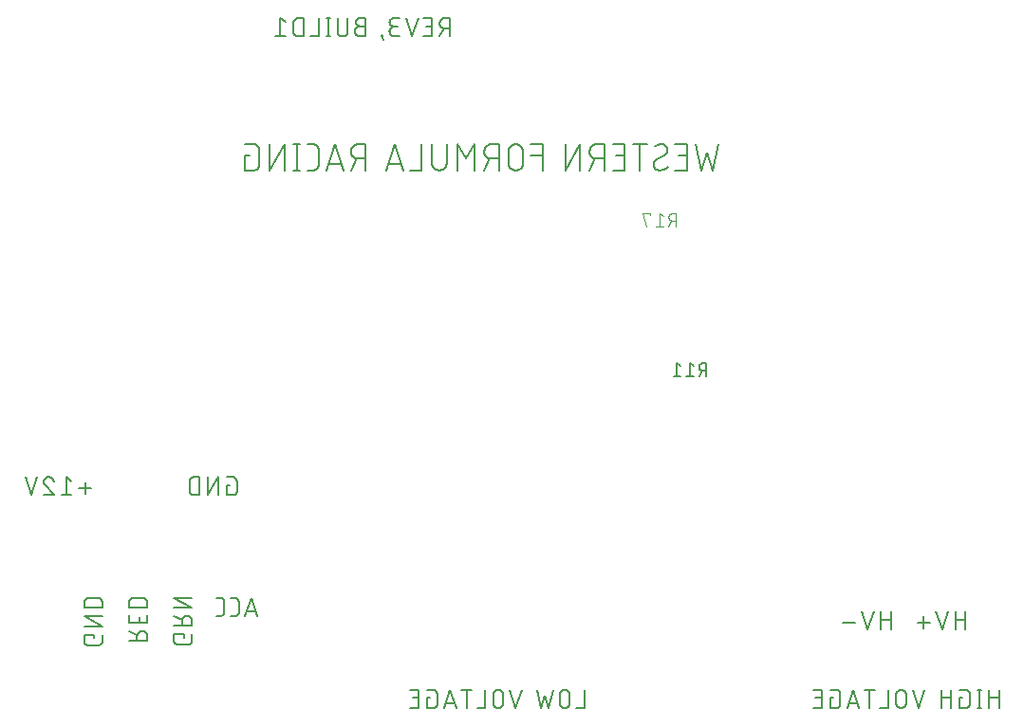
<source format=gbl>
G04 EAGLE Gerber RS-274X export*
G75*
%MOMM*%
%FSLAX34Y34*%
%LPD*%
%INSilkscreen Bottom*%
%IPPOS*%
%AMOC8*
5,1,8,0,0,1.08239X$1,22.5*%
G01*
%ADD10C,0.203200*%
%ADD11C,0.152400*%
%ADD12C,0.127000*%
%ADD13C,0.101600*%


D10*
X638984Y514384D02*
X633791Y491016D01*
X628598Y506595D01*
X623405Y491016D01*
X618212Y514384D01*
X610706Y491016D02*
X600321Y491016D01*
X610706Y491016D02*
X610706Y514384D01*
X600321Y514384D01*
X602917Y503998D02*
X610706Y503998D01*
X586238Y491016D02*
X586095Y491018D01*
X585952Y491024D01*
X585809Y491034D01*
X585667Y491048D01*
X585525Y491065D01*
X585383Y491087D01*
X585242Y491112D01*
X585102Y491142D01*
X584963Y491175D01*
X584825Y491212D01*
X584688Y491253D01*
X584552Y491297D01*
X584417Y491346D01*
X584284Y491398D01*
X584152Y491453D01*
X584022Y491513D01*
X583893Y491576D01*
X583766Y491642D01*
X583642Y491712D01*
X583519Y491785D01*
X583398Y491862D01*
X583279Y491941D01*
X583163Y492025D01*
X583048Y492111D01*
X582937Y492200D01*
X582827Y492293D01*
X582721Y492388D01*
X582617Y492487D01*
X582516Y492588D01*
X582417Y492692D01*
X582322Y492798D01*
X582229Y492908D01*
X582140Y493019D01*
X582054Y493134D01*
X581971Y493250D01*
X581891Y493369D01*
X581814Y493490D01*
X581741Y493612D01*
X581671Y493737D01*
X581605Y493864D01*
X581542Y493993D01*
X581482Y494123D01*
X581427Y494255D01*
X581375Y494388D01*
X581326Y494523D01*
X581282Y494659D01*
X581241Y494796D01*
X581204Y494934D01*
X581171Y495073D01*
X581141Y495213D01*
X581116Y495354D01*
X581094Y495496D01*
X581077Y495638D01*
X581063Y495780D01*
X581053Y495923D01*
X581047Y496066D01*
X581045Y496209D01*
X586238Y491016D02*
X586501Y491019D01*
X586763Y491029D01*
X587025Y491044D01*
X587286Y491066D01*
X587547Y491094D01*
X587807Y491129D01*
X588067Y491170D01*
X588325Y491216D01*
X588582Y491269D01*
X588838Y491329D01*
X589092Y491394D01*
X589345Y491465D01*
X589595Y491542D01*
X589844Y491626D01*
X590091Y491715D01*
X590336Y491810D01*
X590578Y491911D01*
X590818Y492018D01*
X591055Y492130D01*
X591289Y492248D01*
X591521Y492372D01*
X591749Y492501D01*
X591975Y492636D01*
X592197Y492776D01*
X592415Y492921D01*
X592631Y493071D01*
X592842Y493227D01*
X593050Y493387D01*
X593253Y493553D01*
X593453Y493723D01*
X593649Y493898D01*
X593840Y494077D01*
X594027Y494261D01*
X593379Y509191D02*
X593377Y509334D01*
X593371Y509477D01*
X593361Y509620D01*
X593347Y509762D01*
X593330Y509904D01*
X593308Y510046D01*
X593283Y510187D01*
X593253Y510327D01*
X593220Y510466D01*
X593183Y510604D01*
X593142Y510741D01*
X593098Y510877D01*
X593049Y511012D01*
X592997Y511145D01*
X592942Y511277D01*
X592882Y511407D01*
X592819Y511536D01*
X592753Y511663D01*
X592683Y511788D01*
X592610Y511910D01*
X592533Y512031D01*
X592453Y512150D01*
X592370Y512266D01*
X592284Y512381D01*
X592195Y512492D01*
X592102Y512602D01*
X592007Y512708D01*
X591908Y512812D01*
X591807Y512913D01*
X591703Y513012D01*
X591597Y513107D01*
X591487Y513200D01*
X591376Y513289D01*
X591261Y513375D01*
X591145Y513458D01*
X591026Y513538D01*
X590905Y513615D01*
X590783Y513688D01*
X590658Y513758D01*
X590531Y513824D01*
X590402Y513887D01*
X590272Y513947D01*
X590140Y514002D01*
X590007Y514054D01*
X589872Y514103D01*
X589736Y514147D01*
X589599Y514188D01*
X589461Y514225D01*
X589322Y514258D01*
X589182Y514288D01*
X589041Y514313D01*
X588899Y514335D01*
X588757Y514352D01*
X588615Y514366D01*
X588472Y514376D01*
X588329Y514382D01*
X588186Y514384D01*
X587954Y514381D01*
X587722Y514373D01*
X587490Y514359D01*
X587259Y514340D01*
X587028Y514315D01*
X586798Y514285D01*
X586569Y514249D01*
X586341Y514208D01*
X586113Y514161D01*
X585887Y514109D01*
X585662Y514051D01*
X585439Y513988D01*
X585217Y513920D01*
X584997Y513847D01*
X584779Y513768D01*
X584562Y513685D01*
X584348Y513596D01*
X584136Y513502D01*
X583926Y513403D01*
X583718Y513299D01*
X583514Y513190D01*
X583311Y513076D01*
X583112Y512957D01*
X582915Y512834D01*
X582722Y512706D01*
X582531Y512574D01*
X582344Y512437D01*
X590783Y504647D02*
X590906Y504722D01*
X591027Y504800D01*
X591146Y504882D01*
X591262Y504966D01*
X591376Y505054D01*
X591488Y505145D01*
X591598Y505239D01*
X591704Y505336D01*
X591808Y505436D01*
X591909Y505538D01*
X592008Y505644D01*
X592103Y505752D01*
X592196Y505862D01*
X592285Y505975D01*
X592371Y506091D01*
X592455Y506208D01*
X592534Y506328D01*
X592611Y506450D01*
X592684Y506574D01*
X592754Y506700D01*
X592820Y506828D01*
X592883Y506958D01*
X592942Y507089D01*
X592998Y507222D01*
X593050Y507357D01*
X593098Y507493D01*
X593143Y507630D01*
X593183Y507768D01*
X593220Y507907D01*
X593254Y508047D01*
X593283Y508188D01*
X593308Y508330D01*
X593330Y508473D01*
X593348Y508616D01*
X593361Y508759D01*
X593371Y508903D01*
X593377Y509047D01*
X593379Y509191D01*
X583642Y500753D02*
X583519Y500678D01*
X583398Y500600D01*
X583279Y500518D01*
X583163Y500434D01*
X583049Y500346D01*
X582937Y500255D01*
X582828Y500161D01*
X582721Y500064D01*
X582617Y499964D01*
X582516Y499862D01*
X582417Y499756D01*
X582322Y499648D01*
X582229Y499538D01*
X582140Y499425D01*
X582054Y499310D01*
X581971Y499192D01*
X581891Y499072D01*
X581814Y498950D01*
X581741Y498826D01*
X581671Y498700D01*
X581605Y498572D01*
X581542Y498442D01*
X581483Y498311D01*
X581427Y498178D01*
X581375Y498043D01*
X581327Y497907D01*
X581282Y497770D01*
X581242Y497632D01*
X581205Y497493D01*
X581172Y497353D01*
X581142Y497212D01*
X581117Y497070D01*
X581095Y496927D01*
X581077Y496784D01*
X581064Y496641D01*
X581054Y496497D01*
X581048Y496353D01*
X581046Y496209D01*
X583642Y500753D02*
X590782Y504647D01*
X568746Y514384D02*
X568746Y491016D01*
X575237Y514384D02*
X562255Y514384D01*
X555030Y491016D02*
X544644Y491016D01*
X555030Y491016D02*
X555030Y514384D01*
X544644Y514384D01*
X547240Y503998D02*
X555030Y503998D01*
X536895Y514384D02*
X536895Y491016D01*
X536895Y514384D02*
X530404Y514384D01*
X530245Y514382D01*
X530086Y514376D01*
X529926Y514366D01*
X529768Y514353D01*
X529609Y514335D01*
X529452Y514314D01*
X529294Y514288D01*
X529138Y514259D01*
X528982Y514226D01*
X528827Y514189D01*
X528673Y514149D01*
X528520Y514104D01*
X528368Y514056D01*
X528217Y514005D01*
X528068Y513949D01*
X527920Y513890D01*
X527774Y513827D01*
X527629Y513761D01*
X527486Y513691D01*
X527344Y513618D01*
X527205Y513541D01*
X527067Y513461D01*
X526931Y513377D01*
X526798Y513290D01*
X526666Y513200D01*
X526537Y513107D01*
X526411Y513010D01*
X526286Y512911D01*
X526164Y512808D01*
X526045Y512703D01*
X525928Y512594D01*
X525814Y512483D01*
X525703Y512369D01*
X525594Y512252D01*
X525489Y512133D01*
X525386Y512011D01*
X525287Y511886D01*
X525190Y511760D01*
X525097Y511631D01*
X525007Y511499D01*
X524920Y511366D01*
X524836Y511230D01*
X524756Y511092D01*
X524679Y510953D01*
X524606Y510811D01*
X524536Y510668D01*
X524470Y510523D01*
X524407Y510377D01*
X524348Y510229D01*
X524292Y510080D01*
X524241Y509929D01*
X524193Y509777D01*
X524148Y509624D01*
X524108Y509470D01*
X524071Y509315D01*
X524038Y509159D01*
X524009Y509003D01*
X523983Y508845D01*
X523962Y508688D01*
X523944Y508529D01*
X523931Y508371D01*
X523921Y508211D01*
X523915Y508052D01*
X523913Y507893D01*
X523915Y507734D01*
X523921Y507575D01*
X523931Y507415D01*
X523944Y507257D01*
X523962Y507098D01*
X523983Y506941D01*
X524009Y506783D01*
X524038Y506627D01*
X524071Y506471D01*
X524108Y506316D01*
X524148Y506162D01*
X524193Y506009D01*
X524241Y505857D01*
X524292Y505706D01*
X524348Y505557D01*
X524407Y505409D01*
X524470Y505263D01*
X524536Y505118D01*
X524606Y504975D01*
X524679Y504833D01*
X524756Y504694D01*
X524836Y504556D01*
X524920Y504420D01*
X525007Y504287D01*
X525097Y504155D01*
X525190Y504026D01*
X525287Y503900D01*
X525386Y503775D01*
X525489Y503653D01*
X525594Y503534D01*
X525703Y503417D01*
X525814Y503303D01*
X525928Y503192D01*
X526045Y503083D01*
X526164Y502978D01*
X526286Y502875D01*
X526411Y502776D01*
X526537Y502679D01*
X526666Y502586D01*
X526798Y502496D01*
X526931Y502409D01*
X527067Y502325D01*
X527205Y502245D01*
X527344Y502168D01*
X527486Y502095D01*
X527629Y502025D01*
X527774Y501959D01*
X527920Y501896D01*
X528068Y501837D01*
X528217Y501781D01*
X528368Y501730D01*
X528520Y501682D01*
X528673Y501637D01*
X528827Y501597D01*
X528982Y501560D01*
X529138Y501527D01*
X529294Y501498D01*
X529452Y501472D01*
X529609Y501451D01*
X529768Y501433D01*
X529926Y501420D01*
X530086Y501410D01*
X530245Y501404D01*
X530404Y501402D01*
X536895Y501402D01*
X529106Y501402D02*
X523913Y491016D01*
X515384Y491016D02*
X515384Y514384D01*
X502402Y491016D01*
X502402Y514384D01*
X481954Y514384D02*
X481954Y491016D01*
X481954Y514384D02*
X471568Y514384D01*
X471568Y503998D02*
X481954Y503998D01*
X464579Y507893D02*
X464579Y497507D01*
X464579Y507893D02*
X464577Y508052D01*
X464571Y508211D01*
X464561Y508371D01*
X464548Y508529D01*
X464530Y508688D01*
X464509Y508845D01*
X464483Y509003D01*
X464454Y509159D01*
X464421Y509315D01*
X464384Y509470D01*
X464344Y509624D01*
X464299Y509777D01*
X464251Y509929D01*
X464200Y510080D01*
X464144Y510229D01*
X464085Y510377D01*
X464022Y510523D01*
X463956Y510668D01*
X463886Y510811D01*
X463813Y510953D01*
X463736Y511092D01*
X463656Y511230D01*
X463572Y511366D01*
X463485Y511499D01*
X463395Y511631D01*
X463302Y511760D01*
X463205Y511886D01*
X463106Y512011D01*
X463003Y512133D01*
X462898Y512252D01*
X462789Y512369D01*
X462678Y512483D01*
X462564Y512594D01*
X462447Y512703D01*
X462328Y512808D01*
X462206Y512911D01*
X462081Y513010D01*
X461955Y513107D01*
X461826Y513200D01*
X461694Y513290D01*
X461561Y513377D01*
X461425Y513461D01*
X461287Y513541D01*
X461148Y513618D01*
X461006Y513691D01*
X460863Y513761D01*
X460718Y513827D01*
X460572Y513890D01*
X460424Y513949D01*
X460275Y514005D01*
X460124Y514056D01*
X459972Y514104D01*
X459819Y514149D01*
X459665Y514189D01*
X459510Y514226D01*
X459354Y514259D01*
X459198Y514288D01*
X459040Y514314D01*
X458883Y514335D01*
X458724Y514353D01*
X458566Y514366D01*
X458406Y514376D01*
X458247Y514382D01*
X458088Y514384D01*
X457929Y514382D01*
X457770Y514376D01*
X457610Y514366D01*
X457452Y514353D01*
X457293Y514335D01*
X457136Y514314D01*
X456978Y514288D01*
X456822Y514259D01*
X456666Y514226D01*
X456511Y514189D01*
X456357Y514149D01*
X456204Y514104D01*
X456052Y514056D01*
X455901Y514005D01*
X455752Y513949D01*
X455604Y513890D01*
X455458Y513827D01*
X455313Y513761D01*
X455170Y513691D01*
X455028Y513618D01*
X454889Y513541D01*
X454751Y513461D01*
X454615Y513377D01*
X454482Y513290D01*
X454350Y513200D01*
X454221Y513107D01*
X454095Y513010D01*
X453970Y512911D01*
X453848Y512808D01*
X453729Y512703D01*
X453612Y512594D01*
X453498Y512483D01*
X453387Y512369D01*
X453278Y512252D01*
X453173Y512133D01*
X453070Y512011D01*
X452971Y511886D01*
X452874Y511760D01*
X452781Y511631D01*
X452691Y511499D01*
X452604Y511366D01*
X452520Y511230D01*
X452440Y511092D01*
X452363Y510953D01*
X452290Y510811D01*
X452220Y510668D01*
X452154Y510523D01*
X452091Y510377D01*
X452032Y510229D01*
X451976Y510080D01*
X451925Y509929D01*
X451877Y509777D01*
X451832Y509624D01*
X451792Y509470D01*
X451755Y509315D01*
X451722Y509159D01*
X451693Y509003D01*
X451667Y508845D01*
X451646Y508688D01*
X451628Y508529D01*
X451615Y508371D01*
X451605Y508211D01*
X451599Y508052D01*
X451597Y507893D01*
X451597Y497507D01*
X451599Y497348D01*
X451605Y497189D01*
X451615Y497029D01*
X451628Y496871D01*
X451646Y496712D01*
X451667Y496555D01*
X451693Y496397D01*
X451722Y496241D01*
X451755Y496085D01*
X451792Y495930D01*
X451832Y495776D01*
X451877Y495623D01*
X451925Y495471D01*
X451976Y495320D01*
X452032Y495171D01*
X452091Y495023D01*
X452154Y494877D01*
X452220Y494732D01*
X452290Y494589D01*
X452363Y494447D01*
X452440Y494308D01*
X452520Y494170D01*
X452604Y494034D01*
X452691Y493901D01*
X452781Y493769D01*
X452874Y493640D01*
X452971Y493514D01*
X453070Y493389D01*
X453173Y493267D01*
X453278Y493148D01*
X453387Y493031D01*
X453498Y492917D01*
X453612Y492806D01*
X453729Y492697D01*
X453848Y492592D01*
X453970Y492489D01*
X454095Y492390D01*
X454221Y492293D01*
X454350Y492200D01*
X454482Y492110D01*
X454615Y492023D01*
X454751Y491939D01*
X454889Y491859D01*
X455028Y491782D01*
X455170Y491709D01*
X455313Y491639D01*
X455458Y491573D01*
X455604Y491510D01*
X455752Y491451D01*
X455901Y491395D01*
X456052Y491344D01*
X456204Y491296D01*
X456357Y491251D01*
X456511Y491211D01*
X456666Y491174D01*
X456822Y491141D01*
X456978Y491112D01*
X457136Y491086D01*
X457293Y491065D01*
X457452Y491047D01*
X457610Y491034D01*
X457770Y491024D01*
X457929Y491018D01*
X458088Y491016D01*
X458247Y491018D01*
X458406Y491024D01*
X458566Y491034D01*
X458724Y491047D01*
X458883Y491065D01*
X459040Y491086D01*
X459198Y491112D01*
X459354Y491141D01*
X459510Y491174D01*
X459665Y491211D01*
X459819Y491251D01*
X459972Y491296D01*
X460124Y491344D01*
X460275Y491395D01*
X460424Y491451D01*
X460572Y491510D01*
X460718Y491573D01*
X460863Y491639D01*
X461006Y491709D01*
X461148Y491782D01*
X461287Y491859D01*
X461425Y491939D01*
X461561Y492023D01*
X461694Y492110D01*
X461826Y492200D01*
X461955Y492293D01*
X462081Y492390D01*
X462206Y492489D01*
X462328Y492592D01*
X462447Y492697D01*
X462564Y492806D01*
X462678Y492917D01*
X462789Y493031D01*
X462898Y493148D01*
X463003Y493267D01*
X463106Y493389D01*
X463205Y493514D01*
X463302Y493640D01*
X463395Y493769D01*
X463485Y493901D01*
X463572Y494034D01*
X463656Y494170D01*
X463736Y494308D01*
X463813Y494447D01*
X463886Y494589D01*
X463956Y494732D01*
X464022Y494877D01*
X464085Y495023D01*
X464144Y495171D01*
X464200Y495320D01*
X464251Y495471D01*
X464299Y495623D01*
X464344Y495776D01*
X464384Y495930D01*
X464421Y496085D01*
X464454Y496241D01*
X464483Y496397D01*
X464509Y496555D01*
X464530Y496712D01*
X464548Y496871D01*
X464561Y497029D01*
X464571Y497189D01*
X464577Y497348D01*
X464579Y497507D01*
X442941Y491016D02*
X442941Y514384D01*
X436450Y514384D01*
X436291Y514382D01*
X436132Y514376D01*
X435972Y514366D01*
X435814Y514353D01*
X435655Y514335D01*
X435498Y514314D01*
X435340Y514288D01*
X435184Y514259D01*
X435028Y514226D01*
X434873Y514189D01*
X434719Y514149D01*
X434566Y514104D01*
X434414Y514056D01*
X434263Y514005D01*
X434114Y513949D01*
X433966Y513890D01*
X433820Y513827D01*
X433675Y513761D01*
X433532Y513691D01*
X433390Y513618D01*
X433251Y513541D01*
X433113Y513461D01*
X432977Y513377D01*
X432844Y513290D01*
X432712Y513200D01*
X432583Y513107D01*
X432457Y513010D01*
X432332Y512911D01*
X432210Y512808D01*
X432091Y512703D01*
X431974Y512594D01*
X431860Y512483D01*
X431749Y512369D01*
X431640Y512252D01*
X431535Y512133D01*
X431432Y512011D01*
X431333Y511886D01*
X431236Y511760D01*
X431143Y511631D01*
X431053Y511499D01*
X430966Y511366D01*
X430882Y511230D01*
X430802Y511092D01*
X430725Y510953D01*
X430652Y510811D01*
X430582Y510668D01*
X430516Y510523D01*
X430453Y510377D01*
X430394Y510229D01*
X430338Y510080D01*
X430287Y509929D01*
X430239Y509777D01*
X430194Y509624D01*
X430154Y509470D01*
X430117Y509315D01*
X430084Y509159D01*
X430055Y509003D01*
X430029Y508845D01*
X430008Y508688D01*
X429990Y508529D01*
X429977Y508371D01*
X429967Y508211D01*
X429961Y508052D01*
X429959Y507893D01*
X429961Y507734D01*
X429967Y507575D01*
X429977Y507415D01*
X429990Y507257D01*
X430008Y507098D01*
X430029Y506941D01*
X430055Y506783D01*
X430084Y506627D01*
X430117Y506471D01*
X430154Y506316D01*
X430194Y506162D01*
X430239Y506009D01*
X430287Y505857D01*
X430338Y505706D01*
X430394Y505557D01*
X430453Y505409D01*
X430516Y505263D01*
X430582Y505118D01*
X430652Y504975D01*
X430725Y504833D01*
X430802Y504694D01*
X430882Y504556D01*
X430966Y504420D01*
X431053Y504287D01*
X431143Y504155D01*
X431236Y504026D01*
X431333Y503900D01*
X431432Y503775D01*
X431535Y503653D01*
X431640Y503534D01*
X431749Y503417D01*
X431860Y503303D01*
X431974Y503192D01*
X432091Y503083D01*
X432210Y502978D01*
X432332Y502875D01*
X432457Y502776D01*
X432583Y502679D01*
X432712Y502586D01*
X432844Y502496D01*
X432977Y502409D01*
X433113Y502325D01*
X433251Y502245D01*
X433390Y502168D01*
X433532Y502095D01*
X433675Y502025D01*
X433820Y501959D01*
X433966Y501896D01*
X434114Y501837D01*
X434263Y501781D01*
X434414Y501730D01*
X434566Y501682D01*
X434719Y501637D01*
X434873Y501597D01*
X435028Y501560D01*
X435184Y501527D01*
X435340Y501498D01*
X435498Y501472D01*
X435655Y501451D01*
X435814Y501433D01*
X435972Y501420D01*
X436132Y501410D01*
X436291Y501404D01*
X436450Y501402D01*
X442941Y501402D01*
X435152Y501402D02*
X429959Y491016D01*
X421336Y491016D02*
X421336Y514384D01*
X413547Y501402D01*
X405758Y514384D01*
X405758Y491016D01*
X396376Y497507D02*
X396376Y514384D01*
X396375Y497507D02*
X396373Y497348D01*
X396367Y497189D01*
X396357Y497029D01*
X396344Y496871D01*
X396326Y496712D01*
X396305Y496555D01*
X396279Y496397D01*
X396250Y496241D01*
X396217Y496085D01*
X396180Y495930D01*
X396140Y495776D01*
X396095Y495623D01*
X396047Y495471D01*
X395996Y495320D01*
X395940Y495171D01*
X395881Y495023D01*
X395818Y494877D01*
X395752Y494732D01*
X395682Y494589D01*
X395609Y494447D01*
X395532Y494308D01*
X395452Y494170D01*
X395368Y494034D01*
X395281Y493901D01*
X395191Y493769D01*
X395098Y493640D01*
X395001Y493514D01*
X394902Y493389D01*
X394799Y493267D01*
X394694Y493148D01*
X394585Y493031D01*
X394474Y492917D01*
X394360Y492806D01*
X394243Y492697D01*
X394124Y492592D01*
X394002Y492489D01*
X393877Y492390D01*
X393751Y492293D01*
X393622Y492200D01*
X393490Y492110D01*
X393357Y492023D01*
X393221Y491939D01*
X393083Y491859D01*
X392944Y491782D01*
X392802Y491709D01*
X392659Y491639D01*
X392514Y491573D01*
X392368Y491510D01*
X392220Y491451D01*
X392071Y491395D01*
X391920Y491344D01*
X391768Y491296D01*
X391615Y491251D01*
X391461Y491211D01*
X391306Y491174D01*
X391150Y491141D01*
X390994Y491112D01*
X390836Y491086D01*
X390679Y491065D01*
X390520Y491047D01*
X390362Y491034D01*
X390202Y491024D01*
X390043Y491018D01*
X389884Y491016D01*
X389725Y491018D01*
X389566Y491024D01*
X389406Y491034D01*
X389248Y491047D01*
X389089Y491065D01*
X388932Y491086D01*
X388774Y491112D01*
X388618Y491141D01*
X388462Y491174D01*
X388307Y491211D01*
X388153Y491251D01*
X388000Y491296D01*
X387848Y491344D01*
X387697Y491395D01*
X387548Y491451D01*
X387400Y491510D01*
X387254Y491573D01*
X387109Y491639D01*
X386966Y491709D01*
X386824Y491782D01*
X386685Y491859D01*
X386547Y491939D01*
X386411Y492023D01*
X386278Y492110D01*
X386146Y492200D01*
X386017Y492293D01*
X385891Y492390D01*
X385766Y492489D01*
X385644Y492592D01*
X385525Y492697D01*
X385408Y492806D01*
X385294Y492917D01*
X385183Y493031D01*
X385074Y493148D01*
X384969Y493267D01*
X384866Y493389D01*
X384767Y493514D01*
X384670Y493640D01*
X384577Y493769D01*
X384487Y493901D01*
X384400Y494034D01*
X384316Y494170D01*
X384236Y494308D01*
X384159Y494447D01*
X384086Y494589D01*
X384016Y494732D01*
X383950Y494877D01*
X383887Y495023D01*
X383828Y495171D01*
X383772Y495320D01*
X383721Y495471D01*
X383673Y495623D01*
X383628Y495776D01*
X383588Y495930D01*
X383551Y496085D01*
X383518Y496241D01*
X383489Y496397D01*
X383463Y496555D01*
X383442Y496712D01*
X383424Y496871D01*
X383411Y497029D01*
X383401Y497189D01*
X383395Y497348D01*
X383393Y497507D01*
X383393Y514384D01*
X374080Y514384D02*
X374080Y491016D01*
X363695Y491016D01*
X358004Y491016D02*
X350215Y514384D01*
X342425Y491016D01*
X344373Y496858D02*
X356057Y496858D01*
X323932Y491016D02*
X323932Y514384D01*
X317441Y514384D01*
X317282Y514382D01*
X317123Y514376D01*
X316963Y514366D01*
X316805Y514353D01*
X316646Y514335D01*
X316489Y514314D01*
X316331Y514288D01*
X316175Y514259D01*
X316019Y514226D01*
X315864Y514189D01*
X315710Y514149D01*
X315557Y514104D01*
X315405Y514056D01*
X315254Y514005D01*
X315105Y513949D01*
X314957Y513890D01*
X314811Y513827D01*
X314666Y513761D01*
X314523Y513691D01*
X314381Y513618D01*
X314242Y513541D01*
X314104Y513461D01*
X313968Y513377D01*
X313835Y513290D01*
X313703Y513200D01*
X313574Y513107D01*
X313448Y513010D01*
X313323Y512911D01*
X313201Y512808D01*
X313082Y512703D01*
X312965Y512594D01*
X312851Y512483D01*
X312740Y512369D01*
X312631Y512252D01*
X312526Y512133D01*
X312423Y512011D01*
X312324Y511886D01*
X312227Y511760D01*
X312134Y511631D01*
X312044Y511499D01*
X311957Y511366D01*
X311873Y511230D01*
X311793Y511092D01*
X311716Y510953D01*
X311643Y510811D01*
X311573Y510668D01*
X311507Y510523D01*
X311444Y510377D01*
X311385Y510229D01*
X311329Y510080D01*
X311278Y509929D01*
X311230Y509777D01*
X311185Y509624D01*
X311145Y509470D01*
X311108Y509315D01*
X311075Y509159D01*
X311046Y509003D01*
X311020Y508845D01*
X310999Y508688D01*
X310981Y508529D01*
X310968Y508371D01*
X310958Y508211D01*
X310952Y508052D01*
X310950Y507893D01*
X310952Y507734D01*
X310958Y507575D01*
X310968Y507415D01*
X310981Y507257D01*
X310999Y507098D01*
X311020Y506941D01*
X311046Y506783D01*
X311075Y506627D01*
X311108Y506471D01*
X311145Y506316D01*
X311185Y506162D01*
X311230Y506009D01*
X311278Y505857D01*
X311329Y505706D01*
X311385Y505557D01*
X311444Y505409D01*
X311507Y505263D01*
X311573Y505118D01*
X311643Y504975D01*
X311716Y504833D01*
X311793Y504694D01*
X311873Y504556D01*
X311957Y504420D01*
X312044Y504287D01*
X312134Y504155D01*
X312227Y504026D01*
X312324Y503900D01*
X312423Y503775D01*
X312526Y503653D01*
X312631Y503534D01*
X312740Y503417D01*
X312851Y503303D01*
X312965Y503192D01*
X313082Y503083D01*
X313201Y502978D01*
X313323Y502875D01*
X313448Y502776D01*
X313574Y502679D01*
X313703Y502586D01*
X313835Y502496D01*
X313968Y502409D01*
X314104Y502325D01*
X314242Y502245D01*
X314381Y502168D01*
X314523Y502095D01*
X314666Y502025D01*
X314811Y501959D01*
X314957Y501896D01*
X315105Y501837D01*
X315254Y501781D01*
X315405Y501730D01*
X315557Y501682D01*
X315710Y501637D01*
X315864Y501597D01*
X316019Y501560D01*
X316175Y501527D01*
X316331Y501498D01*
X316489Y501472D01*
X316646Y501451D01*
X316805Y501433D01*
X316963Y501420D01*
X317123Y501410D01*
X317282Y501404D01*
X317441Y501402D01*
X323932Y501402D01*
X316143Y501402D02*
X310950Y491016D01*
X304415Y491016D02*
X296626Y514384D01*
X288837Y491016D01*
X290784Y496858D02*
X302468Y496858D01*
X277069Y491016D02*
X271876Y491016D01*
X277069Y491016D02*
X277212Y491018D01*
X277355Y491024D01*
X277498Y491034D01*
X277640Y491048D01*
X277782Y491065D01*
X277924Y491087D01*
X278065Y491112D01*
X278205Y491142D01*
X278344Y491175D01*
X278482Y491212D01*
X278619Y491253D01*
X278755Y491297D01*
X278890Y491346D01*
X279023Y491398D01*
X279155Y491453D01*
X279285Y491513D01*
X279414Y491576D01*
X279541Y491642D01*
X279666Y491712D01*
X279788Y491785D01*
X279909Y491862D01*
X280028Y491942D01*
X280144Y492025D01*
X280259Y492111D01*
X280370Y492200D01*
X280480Y492293D01*
X280586Y492388D01*
X280690Y492487D01*
X280791Y492588D01*
X280890Y492692D01*
X280985Y492798D01*
X281078Y492908D01*
X281167Y493019D01*
X281253Y493134D01*
X281336Y493250D01*
X281416Y493369D01*
X281493Y493490D01*
X281566Y493612D01*
X281636Y493737D01*
X281702Y493864D01*
X281765Y493993D01*
X281825Y494123D01*
X281880Y494255D01*
X281932Y494388D01*
X281981Y494523D01*
X282025Y494659D01*
X282066Y494796D01*
X282103Y494934D01*
X282136Y495073D01*
X282166Y495213D01*
X282191Y495354D01*
X282213Y495496D01*
X282230Y495638D01*
X282244Y495780D01*
X282254Y495923D01*
X282260Y496066D01*
X282262Y496209D01*
X282262Y509191D01*
X282260Y509334D01*
X282254Y509477D01*
X282244Y509620D01*
X282230Y509762D01*
X282213Y509904D01*
X282191Y510046D01*
X282166Y510187D01*
X282136Y510327D01*
X282103Y510466D01*
X282066Y510604D01*
X282025Y510741D01*
X281981Y510877D01*
X281932Y511012D01*
X281880Y511145D01*
X281825Y511277D01*
X281765Y511407D01*
X281702Y511536D01*
X281636Y511663D01*
X281566Y511788D01*
X281493Y511910D01*
X281416Y512031D01*
X281336Y512150D01*
X281253Y512266D01*
X281167Y512381D01*
X281078Y512492D01*
X280985Y512602D01*
X280890Y512708D01*
X280791Y512812D01*
X280690Y512913D01*
X280586Y513012D01*
X280480Y513107D01*
X280370Y513200D01*
X280259Y513289D01*
X280144Y513375D01*
X280028Y513458D01*
X279909Y513538D01*
X279788Y513615D01*
X279666Y513688D01*
X279541Y513758D01*
X279414Y513824D01*
X279285Y513887D01*
X279155Y513947D01*
X279023Y514002D01*
X278890Y514054D01*
X278755Y514103D01*
X278619Y514147D01*
X278482Y514188D01*
X278344Y514225D01*
X278205Y514258D01*
X278065Y514288D01*
X277924Y514313D01*
X277782Y514335D01*
X277640Y514352D01*
X277498Y514366D01*
X277355Y514376D01*
X277212Y514382D01*
X277069Y514384D01*
X271876Y514384D01*
X262524Y514384D02*
X262524Y491016D01*
X265120Y491016D02*
X259928Y491016D01*
X259928Y514384D02*
X265120Y514384D01*
X251616Y514384D02*
X251616Y491016D01*
X238634Y491016D02*
X251616Y514384D01*
X238634Y514384D02*
X238634Y491016D01*
X220258Y503998D02*
X216363Y503998D01*
X216363Y491016D01*
X224153Y491016D01*
X224296Y491018D01*
X224439Y491024D01*
X224582Y491034D01*
X224724Y491048D01*
X224866Y491065D01*
X225008Y491087D01*
X225149Y491112D01*
X225289Y491142D01*
X225428Y491175D01*
X225566Y491212D01*
X225703Y491253D01*
X225839Y491297D01*
X225974Y491346D01*
X226107Y491398D01*
X226239Y491453D01*
X226369Y491513D01*
X226498Y491576D01*
X226625Y491642D01*
X226749Y491712D01*
X226872Y491785D01*
X226993Y491862D01*
X227112Y491942D01*
X227228Y492025D01*
X227343Y492111D01*
X227454Y492200D01*
X227564Y492293D01*
X227670Y492388D01*
X227774Y492487D01*
X227875Y492588D01*
X227974Y492692D01*
X228069Y492798D01*
X228162Y492908D01*
X228251Y493019D01*
X228337Y493134D01*
X228420Y493250D01*
X228500Y493369D01*
X228577Y493490D01*
X228650Y493612D01*
X228720Y493737D01*
X228786Y493864D01*
X228849Y493993D01*
X228909Y494123D01*
X228964Y494255D01*
X229016Y494388D01*
X229065Y494523D01*
X229109Y494659D01*
X229150Y494796D01*
X229187Y494934D01*
X229220Y495073D01*
X229250Y495213D01*
X229275Y495354D01*
X229297Y495496D01*
X229314Y495638D01*
X229328Y495780D01*
X229338Y495923D01*
X229344Y496066D01*
X229346Y496209D01*
X229345Y496209D02*
X229345Y509191D01*
X229346Y509191D02*
X229344Y509334D01*
X229338Y509477D01*
X229328Y509620D01*
X229314Y509762D01*
X229297Y509904D01*
X229275Y510046D01*
X229250Y510187D01*
X229220Y510327D01*
X229187Y510466D01*
X229150Y510604D01*
X229109Y510741D01*
X229065Y510877D01*
X229016Y511012D01*
X228964Y511145D01*
X228909Y511277D01*
X228849Y511407D01*
X228786Y511536D01*
X228720Y511663D01*
X228650Y511788D01*
X228577Y511910D01*
X228500Y512031D01*
X228420Y512150D01*
X228337Y512266D01*
X228251Y512381D01*
X228162Y512492D01*
X228069Y512602D01*
X227974Y512708D01*
X227875Y512812D01*
X227774Y512913D01*
X227670Y513012D01*
X227564Y513107D01*
X227454Y513200D01*
X227343Y513289D01*
X227228Y513375D01*
X227112Y513458D01*
X226993Y513538D01*
X226872Y513615D01*
X226750Y513688D01*
X226625Y513758D01*
X226498Y513824D01*
X226369Y513887D01*
X226239Y513947D01*
X226107Y514002D01*
X225974Y514054D01*
X225839Y514103D01*
X225703Y514147D01*
X225566Y514188D01*
X225428Y514225D01*
X225289Y514258D01*
X225149Y514288D01*
X225008Y514313D01*
X224866Y514335D01*
X224724Y514352D01*
X224582Y514366D01*
X224439Y514376D01*
X224296Y514382D01*
X224153Y514384D01*
X216363Y514384D01*
D11*
X399238Y610762D02*
X399238Y627018D01*
X394722Y627018D01*
X394589Y627016D01*
X394457Y627010D01*
X394325Y627000D01*
X394193Y626987D01*
X394061Y626969D01*
X393931Y626948D01*
X393800Y626923D01*
X393671Y626894D01*
X393543Y626861D01*
X393415Y626825D01*
X393289Y626785D01*
X393164Y626741D01*
X393040Y626693D01*
X392918Y626642D01*
X392797Y626587D01*
X392678Y626529D01*
X392560Y626467D01*
X392445Y626402D01*
X392331Y626333D01*
X392220Y626262D01*
X392111Y626186D01*
X392004Y626108D01*
X391899Y626027D01*
X391797Y625942D01*
X391697Y625855D01*
X391600Y625765D01*
X391505Y625672D01*
X391414Y625576D01*
X391325Y625478D01*
X391239Y625377D01*
X391156Y625273D01*
X391076Y625167D01*
X391000Y625059D01*
X390926Y624949D01*
X390856Y624836D01*
X390789Y624722D01*
X390726Y624605D01*
X390666Y624487D01*
X390609Y624367D01*
X390556Y624245D01*
X390507Y624122D01*
X390461Y623998D01*
X390419Y623872D01*
X390381Y623745D01*
X390346Y623617D01*
X390315Y623488D01*
X390288Y623359D01*
X390265Y623228D01*
X390245Y623097D01*
X390230Y622965D01*
X390218Y622833D01*
X390210Y622701D01*
X390206Y622568D01*
X390206Y622436D01*
X390210Y622303D01*
X390218Y622171D01*
X390230Y622039D01*
X390245Y621907D01*
X390265Y621776D01*
X390288Y621645D01*
X390315Y621516D01*
X390346Y621387D01*
X390381Y621259D01*
X390419Y621132D01*
X390461Y621006D01*
X390507Y620882D01*
X390556Y620759D01*
X390609Y620637D01*
X390666Y620517D01*
X390726Y620399D01*
X390789Y620282D01*
X390856Y620168D01*
X390926Y620055D01*
X391000Y619945D01*
X391076Y619837D01*
X391156Y619731D01*
X391239Y619627D01*
X391325Y619526D01*
X391414Y619428D01*
X391505Y619332D01*
X391600Y619239D01*
X391697Y619149D01*
X391797Y619062D01*
X391899Y618977D01*
X392004Y618896D01*
X392111Y618818D01*
X392220Y618742D01*
X392331Y618671D01*
X392445Y618602D01*
X392560Y618537D01*
X392678Y618475D01*
X392797Y618417D01*
X392918Y618362D01*
X393040Y618311D01*
X393164Y618263D01*
X393289Y618219D01*
X393415Y618179D01*
X393543Y618143D01*
X393671Y618110D01*
X393800Y618081D01*
X393931Y618056D01*
X394061Y618035D01*
X394193Y618017D01*
X394325Y618004D01*
X394457Y617994D01*
X394589Y617988D01*
X394722Y617986D01*
X394722Y617987D02*
X399238Y617987D01*
X393819Y617987D02*
X390207Y610762D01*
X383148Y610762D02*
X375923Y610762D01*
X383148Y610762D02*
X383148Y627018D01*
X375923Y627018D01*
X377729Y619793D02*
X383148Y619793D01*
X371054Y627018D02*
X365636Y610762D01*
X360217Y627018D01*
X354520Y610762D02*
X350005Y610762D01*
X349872Y610764D01*
X349740Y610770D01*
X349608Y610780D01*
X349476Y610793D01*
X349344Y610811D01*
X349214Y610832D01*
X349083Y610857D01*
X348954Y610886D01*
X348826Y610919D01*
X348698Y610955D01*
X348572Y610995D01*
X348447Y611039D01*
X348323Y611087D01*
X348201Y611138D01*
X348080Y611193D01*
X347961Y611251D01*
X347843Y611313D01*
X347728Y611378D01*
X347614Y611447D01*
X347503Y611518D01*
X347394Y611594D01*
X347287Y611672D01*
X347182Y611753D01*
X347080Y611838D01*
X346980Y611925D01*
X346883Y612015D01*
X346788Y612108D01*
X346697Y612204D01*
X346608Y612302D01*
X346522Y612403D01*
X346439Y612507D01*
X346359Y612613D01*
X346283Y612721D01*
X346209Y612831D01*
X346139Y612944D01*
X346072Y613058D01*
X346009Y613175D01*
X345949Y613293D01*
X345892Y613413D01*
X345839Y613535D01*
X345790Y613658D01*
X345744Y613782D01*
X345702Y613908D01*
X345664Y614035D01*
X345629Y614163D01*
X345598Y614292D01*
X345571Y614421D01*
X345548Y614552D01*
X345528Y614683D01*
X345513Y614815D01*
X345501Y614947D01*
X345493Y615079D01*
X345489Y615212D01*
X345489Y615344D01*
X345493Y615477D01*
X345501Y615609D01*
X345513Y615741D01*
X345528Y615873D01*
X345548Y616004D01*
X345571Y616135D01*
X345598Y616264D01*
X345629Y616393D01*
X345664Y616521D01*
X345702Y616648D01*
X345744Y616774D01*
X345790Y616898D01*
X345839Y617021D01*
X345892Y617143D01*
X345949Y617263D01*
X346009Y617381D01*
X346072Y617498D01*
X346139Y617612D01*
X346209Y617725D01*
X346283Y617835D01*
X346359Y617943D01*
X346439Y618049D01*
X346522Y618153D01*
X346608Y618254D01*
X346697Y618352D01*
X346788Y618448D01*
X346883Y618541D01*
X346980Y618631D01*
X347080Y618718D01*
X347182Y618803D01*
X347287Y618884D01*
X347394Y618962D01*
X347503Y619038D01*
X347614Y619109D01*
X347728Y619178D01*
X347843Y619243D01*
X347961Y619305D01*
X348080Y619363D01*
X348201Y619418D01*
X348323Y619469D01*
X348447Y619517D01*
X348572Y619561D01*
X348698Y619601D01*
X348826Y619637D01*
X348954Y619670D01*
X349083Y619699D01*
X349214Y619724D01*
X349344Y619745D01*
X349476Y619763D01*
X349608Y619776D01*
X349740Y619786D01*
X349872Y619792D01*
X350005Y619794D01*
X349101Y627018D02*
X354520Y627018D01*
X349101Y627018D02*
X348982Y627016D01*
X348862Y627010D01*
X348743Y627000D01*
X348625Y626986D01*
X348506Y626969D01*
X348389Y626947D01*
X348272Y626922D01*
X348157Y626892D01*
X348042Y626859D01*
X347928Y626822D01*
X347816Y626782D01*
X347705Y626737D01*
X347596Y626689D01*
X347488Y626638D01*
X347382Y626583D01*
X347278Y626524D01*
X347176Y626462D01*
X347076Y626397D01*
X346978Y626328D01*
X346882Y626256D01*
X346789Y626181D01*
X346699Y626104D01*
X346611Y626023D01*
X346526Y625939D01*
X346444Y625852D01*
X346364Y625763D01*
X346288Y625671D01*
X346214Y625577D01*
X346144Y625480D01*
X346077Y625382D01*
X346013Y625281D01*
X345953Y625177D01*
X345896Y625072D01*
X345843Y624965D01*
X345793Y624857D01*
X345747Y624747D01*
X345705Y624635D01*
X345666Y624522D01*
X345631Y624408D01*
X345600Y624293D01*
X345572Y624176D01*
X345549Y624059D01*
X345529Y623942D01*
X345513Y623823D01*
X345501Y623704D01*
X345493Y623585D01*
X345489Y623466D01*
X345489Y623346D01*
X345493Y623227D01*
X345501Y623108D01*
X345513Y622989D01*
X345529Y622870D01*
X345549Y622753D01*
X345572Y622636D01*
X345600Y622519D01*
X345631Y622404D01*
X345666Y622290D01*
X345705Y622177D01*
X345747Y622065D01*
X345793Y621955D01*
X345843Y621847D01*
X345896Y621740D01*
X345953Y621635D01*
X346013Y621531D01*
X346077Y621430D01*
X346144Y621332D01*
X346214Y621235D01*
X346288Y621141D01*
X346364Y621049D01*
X346444Y620960D01*
X346526Y620873D01*
X346611Y620789D01*
X346699Y620708D01*
X346789Y620631D01*
X346882Y620556D01*
X346978Y620484D01*
X347076Y620415D01*
X347176Y620350D01*
X347278Y620288D01*
X347382Y620229D01*
X347488Y620174D01*
X347596Y620123D01*
X347705Y620075D01*
X347816Y620030D01*
X347928Y619990D01*
X348042Y619953D01*
X348157Y619920D01*
X348272Y619890D01*
X348389Y619865D01*
X348506Y619843D01*
X348625Y619826D01*
X348743Y619812D01*
X348862Y619802D01*
X348982Y619796D01*
X349101Y619794D01*
X349101Y619793D02*
X352714Y619793D01*
X339568Y610762D02*
X338664Y610762D01*
X339568Y610762D02*
X339568Y611665D01*
X338664Y611665D01*
X338664Y610762D01*
X340019Y607150D01*
X323568Y619793D02*
X319052Y619793D01*
X319052Y619794D02*
X318919Y619792D01*
X318787Y619786D01*
X318655Y619776D01*
X318523Y619763D01*
X318391Y619745D01*
X318261Y619724D01*
X318130Y619699D01*
X318001Y619670D01*
X317873Y619637D01*
X317745Y619601D01*
X317619Y619561D01*
X317494Y619517D01*
X317370Y619469D01*
X317248Y619418D01*
X317127Y619363D01*
X317008Y619305D01*
X316890Y619243D01*
X316775Y619178D01*
X316661Y619109D01*
X316550Y619038D01*
X316441Y618962D01*
X316334Y618884D01*
X316229Y618803D01*
X316127Y618718D01*
X316027Y618631D01*
X315930Y618541D01*
X315835Y618448D01*
X315744Y618352D01*
X315655Y618254D01*
X315569Y618153D01*
X315486Y618049D01*
X315406Y617943D01*
X315330Y617835D01*
X315256Y617725D01*
X315186Y617612D01*
X315119Y617498D01*
X315056Y617381D01*
X314996Y617263D01*
X314939Y617143D01*
X314886Y617021D01*
X314837Y616898D01*
X314791Y616774D01*
X314749Y616648D01*
X314711Y616521D01*
X314676Y616393D01*
X314645Y616264D01*
X314618Y616135D01*
X314595Y616004D01*
X314575Y615873D01*
X314560Y615741D01*
X314548Y615609D01*
X314540Y615477D01*
X314536Y615344D01*
X314536Y615212D01*
X314540Y615079D01*
X314548Y614947D01*
X314560Y614815D01*
X314575Y614683D01*
X314595Y614552D01*
X314618Y614421D01*
X314645Y614292D01*
X314676Y614163D01*
X314711Y614035D01*
X314749Y613908D01*
X314791Y613782D01*
X314837Y613658D01*
X314886Y613535D01*
X314939Y613413D01*
X314996Y613293D01*
X315056Y613175D01*
X315119Y613058D01*
X315186Y612944D01*
X315256Y612831D01*
X315330Y612721D01*
X315406Y612613D01*
X315486Y612507D01*
X315569Y612403D01*
X315655Y612302D01*
X315744Y612204D01*
X315835Y612108D01*
X315930Y612015D01*
X316027Y611925D01*
X316127Y611838D01*
X316229Y611753D01*
X316334Y611672D01*
X316441Y611594D01*
X316550Y611518D01*
X316661Y611447D01*
X316775Y611378D01*
X316890Y611313D01*
X317008Y611251D01*
X317127Y611193D01*
X317248Y611138D01*
X317370Y611087D01*
X317494Y611039D01*
X317619Y610995D01*
X317745Y610955D01*
X317873Y610919D01*
X318001Y610886D01*
X318130Y610857D01*
X318261Y610832D01*
X318391Y610811D01*
X318523Y610793D01*
X318655Y610780D01*
X318787Y610770D01*
X318919Y610764D01*
X319052Y610762D01*
X323568Y610762D01*
X323568Y627018D01*
X319052Y627018D01*
X318933Y627016D01*
X318813Y627010D01*
X318694Y627000D01*
X318576Y626986D01*
X318457Y626969D01*
X318340Y626947D01*
X318223Y626922D01*
X318108Y626892D01*
X317993Y626859D01*
X317879Y626822D01*
X317767Y626782D01*
X317656Y626737D01*
X317547Y626689D01*
X317439Y626638D01*
X317333Y626583D01*
X317229Y626524D01*
X317127Y626462D01*
X317027Y626397D01*
X316929Y626328D01*
X316833Y626256D01*
X316740Y626181D01*
X316650Y626104D01*
X316562Y626023D01*
X316477Y625939D01*
X316395Y625852D01*
X316315Y625763D01*
X316239Y625671D01*
X316165Y625577D01*
X316095Y625480D01*
X316028Y625382D01*
X315964Y625281D01*
X315904Y625177D01*
X315847Y625072D01*
X315794Y624965D01*
X315744Y624857D01*
X315698Y624747D01*
X315656Y624635D01*
X315617Y624522D01*
X315582Y624408D01*
X315551Y624293D01*
X315523Y624176D01*
X315500Y624059D01*
X315480Y623942D01*
X315464Y623823D01*
X315452Y623704D01*
X315444Y623585D01*
X315440Y623466D01*
X315440Y623346D01*
X315444Y623227D01*
X315452Y623108D01*
X315464Y622989D01*
X315480Y622870D01*
X315500Y622753D01*
X315523Y622636D01*
X315551Y622519D01*
X315582Y622404D01*
X315617Y622290D01*
X315656Y622177D01*
X315698Y622065D01*
X315744Y621955D01*
X315794Y621847D01*
X315847Y621740D01*
X315904Y621635D01*
X315964Y621531D01*
X316028Y621430D01*
X316095Y621332D01*
X316165Y621235D01*
X316239Y621141D01*
X316315Y621049D01*
X316395Y620960D01*
X316477Y620873D01*
X316562Y620789D01*
X316650Y620708D01*
X316740Y620631D01*
X316833Y620556D01*
X316929Y620484D01*
X317027Y620415D01*
X317127Y620350D01*
X317229Y620288D01*
X317333Y620229D01*
X317439Y620174D01*
X317547Y620123D01*
X317656Y620075D01*
X317767Y620030D01*
X317879Y619990D01*
X317993Y619953D01*
X318108Y619920D01*
X318223Y619890D01*
X318340Y619865D01*
X318457Y619843D01*
X318576Y619826D01*
X318694Y619812D01*
X318813Y619802D01*
X318933Y619796D01*
X319052Y619794D01*
X308147Y615278D02*
X308147Y627018D01*
X308148Y615278D02*
X308146Y615145D01*
X308140Y615013D01*
X308130Y614881D01*
X308117Y614749D01*
X308099Y614617D01*
X308078Y614487D01*
X308053Y614356D01*
X308024Y614227D01*
X307991Y614099D01*
X307955Y613971D01*
X307915Y613845D01*
X307871Y613720D01*
X307823Y613596D01*
X307772Y613474D01*
X307717Y613353D01*
X307659Y613234D01*
X307597Y613116D01*
X307532Y613001D01*
X307463Y612887D01*
X307392Y612776D01*
X307316Y612667D01*
X307238Y612560D01*
X307157Y612455D01*
X307072Y612353D01*
X306985Y612253D01*
X306895Y612156D01*
X306802Y612061D01*
X306706Y611970D01*
X306608Y611881D01*
X306507Y611795D01*
X306403Y611712D01*
X306297Y611632D01*
X306189Y611556D01*
X306079Y611482D01*
X305966Y611412D01*
X305852Y611345D01*
X305735Y611282D01*
X305617Y611222D01*
X305497Y611165D01*
X305375Y611112D01*
X305252Y611063D01*
X305128Y611017D01*
X305002Y610975D01*
X304875Y610937D01*
X304747Y610902D01*
X304618Y610871D01*
X304489Y610844D01*
X304358Y610821D01*
X304227Y610801D01*
X304095Y610786D01*
X303963Y610774D01*
X303831Y610766D01*
X303698Y610762D01*
X303566Y610762D01*
X303433Y610766D01*
X303301Y610774D01*
X303169Y610786D01*
X303037Y610801D01*
X302906Y610821D01*
X302775Y610844D01*
X302646Y610871D01*
X302517Y610902D01*
X302389Y610937D01*
X302262Y610975D01*
X302136Y611017D01*
X302012Y611063D01*
X301889Y611112D01*
X301767Y611165D01*
X301647Y611222D01*
X301529Y611282D01*
X301412Y611345D01*
X301298Y611412D01*
X301185Y611482D01*
X301075Y611556D01*
X300967Y611632D01*
X300861Y611712D01*
X300757Y611795D01*
X300656Y611881D01*
X300558Y611970D01*
X300462Y612061D01*
X300369Y612156D01*
X300279Y612253D01*
X300192Y612353D01*
X300107Y612455D01*
X300026Y612560D01*
X299948Y612667D01*
X299872Y612776D01*
X299801Y612887D01*
X299732Y613001D01*
X299667Y613116D01*
X299605Y613234D01*
X299547Y613353D01*
X299492Y613474D01*
X299441Y613596D01*
X299393Y613720D01*
X299349Y613845D01*
X299309Y613971D01*
X299273Y614099D01*
X299240Y614227D01*
X299211Y614356D01*
X299186Y614487D01*
X299165Y614617D01*
X299147Y614749D01*
X299134Y614881D01*
X299124Y615013D01*
X299118Y615145D01*
X299116Y615278D01*
X299116Y627018D01*
X290606Y627018D02*
X290606Y610762D01*
X292412Y610762D02*
X288800Y610762D01*
X288800Y627018D02*
X292412Y627018D01*
X282066Y627018D02*
X282066Y610762D01*
X274841Y610762D01*
X268548Y610762D02*
X268548Y627018D01*
X264033Y627018D01*
X263902Y627016D01*
X263770Y627010D01*
X263639Y627001D01*
X263509Y626987D01*
X263378Y626970D01*
X263249Y626949D01*
X263120Y626925D01*
X262992Y626896D01*
X262864Y626864D01*
X262738Y626828D01*
X262613Y626789D01*
X262488Y626746D01*
X262366Y626699D01*
X262244Y626649D01*
X262124Y626595D01*
X262006Y626538D01*
X261890Y626477D01*
X261775Y626413D01*
X261662Y626346D01*
X261551Y626275D01*
X261443Y626201D01*
X261336Y626124D01*
X261232Y626044D01*
X261130Y625961D01*
X261031Y625876D01*
X260934Y625787D01*
X260840Y625695D01*
X260748Y625601D01*
X260659Y625504D01*
X260574Y625405D01*
X260491Y625303D01*
X260411Y625199D01*
X260334Y625092D01*
X260260Y624984D01*
X260189Y624873D01*
X260122Y624760D01*
X260058Y624645D01*
X259997Y624529D01*
X259940Y624411D01*
X259886Y624291D01*
X259836Y624169D01*
X259789Y624047D01*
X259746Y623922D01*
X259707Y623797D01*
X259671Y623671D01*
X259639Y623543D01*
X259610Y623415D01*
X259586Y623286D01*
X259565Y623157D01*
X259548Y623026D01*
X259534Y622896D01*
X259525Y622765D01*
X259519Y622633D01*
X259517Y622502D01*
X259517Y615278D01*
X259519Y615147D01*
X259525Y615015D01*
X259534Y614884D01*
X259548Y614754D01*
X259565Y614623D01*
X259586Y614494D01*
X259610Y614365D01*
X259639Y614237D01*
X259671Y614109D01*
X259707Y613983D01*
X259746Y613858D01*
X259789Y613733D01*
X259836Y613611D01*
X259886Y613489D01*
X259940Y613369D01*
X259997Y613251D01*
X260058Y613135D01*
X260122Y613020D01*
X260189Y612907D01*
X260260Y612796D01*
X260334Y612688D01*
X260411Y612581D01*
X260491Y612477D01*
X260574Y612375D01*
X260659Y612276D01*
X260748Y612179D01*
X260840Y612085D01*
X260934Y611993D01*
X261031Y611904D01*
X261130Y611819D01*
X261232Y611736D01*
X261336Y611656D01*
X261443Y611579D01*
X261551Y611505D01*
X261662Y611434D01*
X261775Y611367D01*
X261890Y611303D01*
X262006Y611242D01*
X262124Y611185D01*
X262244Y611131D01*
X262366Y611081D01*
X262488Y611034D01*
X262613Y610991D01*
X262738Y610952D01*
X262864Y610916D01*
X262992Y610884D01*
X263120Y610855D01*
X263249Y610831D01*
X263378Y610810D01*
X263509Y610793D01*
X263639Y610779D01*
X263770Y610770D01*
X263902Y610764D01*
X264033Y610762D01*
X268548Y610762D01*
X252396Y623406D02*
X247880Y627018D01*
X247880Y610762D01*
X243365Y610762D02*
X252396Y610762D01*
X519238Y27018D02*
X519238Y10762D01*
X512013Y10762D01*
X506242Y15278D02*
X506242Y22502D01*
X506240Y22635D01*
X506234Y22767D01*
X506224Y22899D01*
X506211Y23031D01*
X506193Y23163D01*
X506172Y23293D01*
X506147Y23424D01*
X506118Y23553D01*
X506085Y23681D01*
X506049Y23809D01*
X506009Y23935D01*
X505965Y24060D01*
X505917Y24184D01*
X505866Y24306D01*
X505811Y24427D01*
X505753Y24546D01*
X505691Y24664D01*
X505626Y24779D01*
X505557Y24893D01*
X505486Y25004D01*
X505410Y25113D01*
X505332Y25220D01*
X505251Y25325D01*
X505166Y25427D01*
X505079Y25527D01*
X504989Y25624D01*
X504896Y25719D01*
X504800Y25810D01*
X504702Y25899D01*
X504601Y25985D01*
X504497Y26068D01*
X504391Y26148D01*
X504283Y26224D01*
X504173Y26298D01*
X504060Y26368D01*
X503946Y26435D01*
X503829Y26498D01*
X503711Y26558D01*
X503591Y26615D01*
X503469Y26668D01*
X503346Y26717D01*
X503222Y26763D01*
X503096Y26805D01*
X502969Y26843D01*
X502841Y26878D01*
X502712Y26909D01*
X502583Y26936D01*
X502452Y26959D01*
X502321Y26979D01*
X502189Y26994D01*
X502057Y27006D01*
X501925Y27014D01*
X501792Y27018D01*
X501660Y27018D01*
X501527Y27014D01*
X501395Y27006D01*
X501263Y26994D01*
X501131Y26979D01*
X501000Y26959D01*
X500869Y26936D01*
X500740Y26909D01*
X500611Y26878D01*
X500483Y26843D01*
X500356Y26805D01*
X500230Y26763D01*
X500106Y26717D01*
X499983Y26668D01*
X499861Y26615D01*
X499741Y26558D01*
X499623Y26498D01*
X499506Y26435D01*
X499392Y26368D01*
X499279Y26298D01*
X499169Y26224D01*
X499061Y26148D01*
X498955Y26068D01*
X498851Y25985D01*
X498750Y25899D01*
X498652Y25810D01*
X498556Y25719D01*
X498463Y25624D01*
X498373Y25527D01*
X498286Y25427D01*
X498201Y25325D01*
X498120Y25220D01*
X498042Y25113D01*
X497966Y25004D01*
X497895Y24893D01*
X497826Y24779D01*
X497761Y24664D01*
X497699Y24546D01*
X497641Y24427D01*
X497586Y24306D01*
X497535Y24184D01*
X497487Y24060D01*
X497443Y23935D01*
X497403Y23809D01*
X497367Y23681D01*
X497334Y23553D01*
X497305Y23424D01*
X497280Y23293D01*
X497259Y23163D01*
X497241Y23031D01*
X497228Y22899D01*
X497218Y22767D01*
X497212Y22635D01*
X497210Y22502D01*
X497211Y22502D02*
X497211Y15278D01*
X497210Y15278D02*
X497212Y15145D01*
X497218Y15013D01*
X497228Y14881D01*
X497241Y14749D01*
X497259Y14617D01*
X497280Y14487D01*
X497305Y14356D01*
X497334Y14227D01*
X497367Y14099D01*
X497403Y13971D01*
X497443Y13845D01*
X497487Y13720D01*
X497535Y13596D01*
X497586Y13474D01*
X497641Y13353D01*
X497699Y13234D01*
X497761Y13116D01*
X497826Y13001D01*
X497895Y12887D01*
X497966Y12776D01*
X498042Y12667D01*
X498120Y12560D01*
X498201Y12455D01*
X498286Y12353D01*
X498373Y12253D01*
X498463Y12156D01*
X498556Y12061D01*
X498652Y11970D01*
X498750Y11881D01*
X498851Y11795D01*
X498955Y11712D01*
X499061Y11632D01*
X499169Y11556D01*
X499279Y11482D01*
X499392Y11412D01*
X499506Y11345D01*
X499623Y11282D01*
X499741Y11222D01*
X499861Y11165D01*
X499983Y11112D01*
X500106Y11063D01*
X500230Y11017D01*
X500356Y10975D01*
X500483Y10937D01*
X500611Y10902D01*
X500740Y10871D01*
X500869Y10844D01*
X501000Y10821D01*
X501131Y10801D01*
X501263Y10786D01*
X501395Y10774D01*
X501527Y10766D01*
X501660Y10762D01*
X501792Y10762D01*
X501925Y10766D01*
X502057Y10774D01*
X502189Y10786D01*
X502321Y10801D01*
X502452Y10821D01*
X502583Y10844D01*
X502712Y10871D01*
X502841Y10902D01*
X502969Y10937D01*
X503096Y10975D01*
X503222Y11017D01*
X503346Y11063D01*
X503469Y11112D01*
X503591Y11165D01*
X503711Y11222D01*
X503829Y11282D01*
X503946Y11345D01*
X504060Y11412D01*
X504173Y11482D01*
X504283Y11556D01*
X504391Y11632D01*
X504497Y11712D01*
X504601Y11795D01*
X504702Y11881D01*
X504800Y11970D01*
X504896Y12061D01*
X504989Y12156D01*
X505079Y12253D01*
X505166Y12353D01*
X505251Y12455D01*
X505332Y12560D01*
X505410Y12667D01*
X505486Y12776D01*
X505557Y12887D01*
X505626Y13001D01*
X505691Y13116D01*
X505753Y13234D01*
X505811Y13353D01*
X505866Y13474D01*
X505917Y13596D01*
X505965Y13720D01*
X506009Y13845D01*
X506049Y13971D01*
X506085Y14099D01*
X506118Y14227D01*
X506147Y14356D01*
X506172Y14487D01*
X506193Y14617D01*
X506211Y14749D01*
X506224Y14881D01*
X506234Y15013D01*
X506240Y15145D01*
X506242Y15278D01*
X491236Y27018D02*
X487623Y10762D01*
X484011Y21599D01*
X480398Y10762D01*
X476786Y27018D01*
X463377Y27018D02*
X457959Y10762D01*
X452540Y27018D01*
X446843Y22502D02*
X446843Y15278D01*
X446844Y22502D02*
X446842Y22635D01*
X446836Y22767D01*
X446826Y22899D01*
X446813Y23031D01*
X446795Y23163D01*
X446774Y23293D01*
X446749Y23424D01*
X446720Y23553D01*
X446687Y23681D01*
X446651Y23809D01*
X446611Y23935D01*
X446567Y24060D01*
X446519Y24184D01*
X446468Y24306D01*
X446413Y24427D01*
X446355Y24546D01*
X446293Y24664D01*
X446228Y24779D01*
X446159Y24893D01*
X446088Y25004D01*
X446012Y25113D01*
X445934Y25220D01*
X445853Y25325D01*
X445768Y25427D01*
X445681Y25527D01*
X445591Y25624D01*
X445498Y25719D01*
X445402Y25810D01*
X445304Y25899D01*
X445203Y25985D01*
X445099Y26068D01*
X444993Y26148D01*
X444885Y26224D01*
X444775Y26298D01*
X444662Y26368D01*
X444548Y26435D01*
X444431Y26498D01*
X444313Y26558D01*
X444193Y26615D01*
X444071Y26668D01*
X443948Y26717D01*
X443824Y26763D01*
X443698Y26805D01*
X443571Y26843D01*
X443443Y26878D01*
X443314Y26909D01*
X443185Y26936D01*
X443054Y26959D01*
X442923Y26979D01*
X442791Y26994D01*
X442659Y27006D01*
X442527Y27014D01*
X442394Y27018D01*
X442262Y27018D01*
X442129Y27014D01*
X441997Y27006D01*
X441865Y26994D01*
X441733Y26979D01*
X441602Y26959D01*
X441471Y26936D01*
X441342Y26909D01*
X441213Y26878D01*
X441085Y26843D01*
X440958Y26805D01*
X440832Y26763D01*
X440708Y26717D01*
X440585Y26668D01*
X440463Y26615D01*
X440343Y26558D01*
X440225Y26498D01*
X440108Y26435D01*
X439994Y26368D01*
X439881Y26298D01*
X439771Y26224D01*
X439663Y26148D01*
X439557Y26068D01*
X439453Y25985D01*
X439352Y25899D01*
X439254Y25810D01*
X439158Y25719D01*
X439065Y25624D01*
X438975Y25527D01*
X438888Y25427D01*
X438803Y25325D01*
X438722Y25220D01*
X438644Y25113D01*
X438568Y25004D01*
X438497Y24893D01*
X438428Y24779D01*
X438363Y24664D01*
X438301Y24546D01*
X438243Y24427D01*
X438188Y24306D01*
X438137Y24184D01*
X438089Y24060D01*
X438045Y23935D01*
X438005Y23809D01*
X437969Y23681D01*
X437936Y23553D01*
X437907Y23424D01*
X437882Y23293D01*
X437861Y23163D01*
X437843Y23031D01*
X437830Y22899D01*
X437820Y22767D01*
X437814Y22635D01*
X437812Y22502D01*
X437812Y15278D01*
X437814Y15145D01*
X437820Y15013D01*
X437830Y14881D01*
X437843Y14749D01*
X437861Y14617D01*
X437882Y14487D01*
X437907Y14356D01*
X437936Y14227D01*
X437969Y14099D01*
X438005Y13971D01*
X438045Y13845D01*
X438089Y13720D01*
X438137Y13596D01*
X438188Y13474D01*
X438243Y13353D01*
X438301Y13234D01*
X438363Y13116D01*
X438428Y13001D01*
X438497Y12887D01*
X438568Y12776D01*
X438644Y12667D01*
X438722Y12560D01*
X438803Y12455D01*
X438888Y12353D01*
X438975Y12253D01*
X439065Y12156D01*
X439158Y12061D01*
X439254Y11970D01*
X439352Y11881D01*
X439453Y11795D01*
X439557Y11712D01*
X439663Y11632D01*
X439771Y11556D01*
X439881Y11482D01*
X439994Y11412D01*
X440108Y11345D01*
X440225Y11282D01*
X440343Y11222D01*
X440463Y11165D01*
X440585Y11112D01*
X440708Y11063D01*
X440832Y11017D01*
X440958Y10975D01*
X441085Y10937D01*
X441213Y10902D01*
X441342Y10871D01*
X441471Y10844D01*
X441602Y10821D01*
X441733Y10801D01*
X441865Y10786D01*
X441997Y10774D01*
X442129Y10766D01*
X442262Y10762D01*
X442394Y10762D01*
X442527Y10766D01*
X442659Y10774D01*
X442791Y10786D01*
X442923Y10801D01*
X443054Y10821D01*
X443185Y10844D01*
X443314Y10871D01*
X443443Y10902D01*
X443571Y10937D01*
X443698Y10975D01*
X443824Y11017D01*
X443948Y11063D01*
X444071Y11112D01*
X444193Y11165D01*
X444313Y11222D01*
X444431Y11282D01*
X444548Y11345D01*
X444662Y11412D01*
X444775Y11482D01*
X444885Y11556D01*
X444993Y11632D01*
X445099Y11712D01*
X445203Y11795D01*
X445304Y11881D01*
X445402Y11970D01*
X445498Y12061D01*
X445591Y12156D01*
X445681Y12253D01*
X445768Y12353D01*
X445853Y12455D01*
X445934Y12560D01*
X446012Y12667D01*
X446088Y12776D01*
X446159Y12887D01*
X446228Y13001D01*
X446293Y13116D01*
X446355Y13234D01*
X446413Y13353D01*
X446468Y13474D01*
X446519Y13596D01*
X446567Y13720D01*
X446611Y13845D01*
X446651Y13971D01*
X446687Y14099D01*
X446720Y14227D01*
X446749Y14356D01*
X446774Y14487D01*
X446795Y14617D01*
X446813Y14749D01*
X446826Y14881D01*
X446836Y15013D01*
X446842Y15145D01*
X446844Y15278D01*
X430661Y10762D02*
X430661Y27018D01*
X430661Y10762D02*
X423436Y10762D01*
X414191Y10762D02*
X414191Y27018D01*
X409676Y27018D02*
X418707Y27018D01*
X399602Y27018D02*
X405021Y10762D01*
X394184Y10762D02*
X399602Y27018D01*
X395538Y14826D02*
X403666Y14826D01*
X381644Y19793D02*
X378934Y19793D01*
X378934Y10762D01*
X384353Y10762D01*
X384471Y10764D01*
X384589Y10770D01*
X384707Y10779D01*
X384824Y10793D01*
X384941Y10810D01*
X385058Y10831D01*
X385173Y10856D01*
X385288Y10885D01*
X385402Y10918D01*
X385514Y10954D01*
X385625Y10994D01*
X385735Y11037D01*
X385844Y11084D01*
X385951Y11134D01*
X386056Y11189D01*
X386159Y11246D01*
X386260Y11307D01*
X386360Y11371D01*
X386457Y11438D01*
X386552Y11508D01*
X386644Y11582D01*
X386735Y11658D01*
X386822Y11738D01*
X386907Y11820D01*
X386989Y11905D01*
X387069Y11992D01*
X387145Y12083D01*
X387219Y12175D01*
X387289Y12270D01*
X387356Y12367D01*
X387420Y12467D01*
X387481Y12568D01*
X387538Y12671D01*
X387593Y12776D01*
X387643Y12883D01*
X387690Y12992D01*
X387733Y13102D01*
X387773Y13213D01*
X387809Y13325D01*
X387842Y13439D01*
X387871Y13554D01*
X387896Y13669D01*
X387917Y13786D01*
X387934Y13903D01*
X387948Y14020D01*
X387957Y14138D01*
X387963Y14256D01*
X387965Y14374D01*
X387965Y23406D01*
X387963Y23524D01*
X387957Y23642D01*
X387948Y23760D01*
X387934Y23877D01*
X387917Y23994D01*
X387896Y24111D01*
X387871Y24226D01*
X387842Y24341D01*
X387809Y24455D01*
X387773Y24567D01*
X387733Y24678D01*
X387690Y24788D01*
X387643Y24897D01*
X387593Y25004D01*
X387538Y25109D01*
X387481Y25212D01*
X387420Y25313D01*
X387356Y25413D01*
X387289Y25510D01*
X387219Y25605D01*
X387145Y25697D01*
X387069Y25788D01*
X386989Y25875D01*
X386907Y25960D01*
X386822Y26042D01*
X386735Y26122D01*
X386644Y26198D01*
X386552Y26272D01*
X386457Y26342D01*
X386360Y26409D01*
X386260Y26473D01*
X386159Y26534D01*
X386056Y26591D01*
X385951Y26646D01*
X385844Y26696D01*
X385735Y26743D01*
X385625Y26786D01*
X385514Y26826D01*
X385402Y26862D01*
X385288Y26895D01*
X385173Y26924D01*
X385058Y26949D01*
X384941Y26970D01*
X384824Y26987D01*
X384707Y27001D01*
X384589Y27010D01*
X384471Y27016D01*
X384353Y27018D01*
X378934Y27018D01*
X371262Y10762D02*
X364037Y10762D01*
X371262Y10762D02*
X371262Y27018D01*
X364037Y27018D01*
X365844Y19793D02*
X371262Y19793D01*
X889238Y27018D02*
X889238Y10762D01*
X889238Y19793D02*
X880207Y19793D01*
X880207Y27018D02*
X880207Y10762D01*
X871696Y10762D02*
X871696Y27018D01*
X873503Y10762D02*
X869890Y10762D01*
X869890Y27018D02*
X873503Y27018D01*
X856864Y19793D02*
X854155Y19793D01*
X854155Y10762D01*
X859574Y10762D01*
X859692Y10764D01*
X859810Y10770D01*
X859928Y10779D01*
X860045Y10793D01*
X860162Y10810D01*
X860279Y10831D01*
X860394Y10856D01*
X860509Y10885D01*
X860623Y10918D01*
X860735Y10954D01*
X860846Y10994D01*
X860956Y11037D01*
X861065Y11084D01*
X861172Y11134D01*
X861277Y11189D01*
X861380Y11246D01*
X861481Y11307D01*
X861581Y11371D01*
X861678Y11438D01*
X861773Y11508D01*
X861865Y11582D01*
X861956Y11658D01*
X862043Y11738D01*
X862128Y11820D01*
X862210Y11905D01*
X862290Y11992D01*
X862366Y12083D01*
X862440Y12175D01*
X862510Y12270D01*
X862577Y12367D01*
X862641Y12467D01*
X862702Y12568D01*
X862759Y12671D01*
X862814Y12776D01*
X862864Y12883D01*
X862911Y12992D01*
X862954Y13102D01*
X862994Y13213D01*
X863030Y13325D01*
X863063Y13439D01*
X863092Y13554D01*
X863117Y13669D01*
X863138Y13786D01*
X863155Y13903D01*
X863169Y14020D01*
X863178Y14138D01*
X863184Y14256D01*
X863186Y14374D01*
X863186Y23406D01*
X863184Y23524D01*
X863178Y23642D01*
X863169Y23760D01*
X863155Y23877D01*
X863138Y23994D01*
X863117Y24111D01*
X863092Y24226D01*
X863063Y24341D01*
X863030Y24455D01*
X862994Y24567D01*
X862954Y24678D01*
X862911Y24788D01*
X862864Y24897D01*
X862814Y25004D01*
X862759Y25109D01*
X862702Y25212D01*
X862641Y25313D01*
X862577Y25413D01*
X862510Y25510D01*
X862440Y25605D01*
X862366Y25697D01*
X862290Y25788D01*
X862210Y25875D01*
X862128Y25960D01*
X862043Y26042D01*
X861956Y26122D01*
X861865Y26198D01*
X861773Y26272D01*
X861678Y26342D01*
X861581Y26409D01*
X861481Y26473D01*
X861380Y26534D01*
X861277Y26591D01*
X861172Y26646D01*
X861065Y26696D01*
X860956Y26743D01*
X860846Y26786D01*
X860735Y26826D01*
X860623Y26862D01*
X860509Y26895D01*
X860394Y26924D01*
X860279Y26949D01*
X860162Y26970D01*
X860045Y26987D01*
X859928Y27001D01*
X859810Y27010D01*
X859692Y27016D01*
X859574Y27018D01*
X854155Y27018D01*
X846513Y27018D02*
X846513Y10762D01*
X846513Y19793D02*
X837482Y19793D01*
X837482Y27018D02*
X837482Y10762D01*
X817508Y10762D02*
X822927Y27018D01*
X812090Y27018D02*
X817508Y10762D01*
X806392Y15278D02*
X806392Y22502D01*
X806393Y22502D02*
X806391Y22635D01*
X806385Y22767D01*
X806375Y22899D01*
X806362Y23031D01*
X806344Y23163D01*
X806323Y23293D01*
X806298Y23424D01*
X806269Y23553D01*
X806236Y23681D01*
X806200Y23809D01*
X806160Y23935D01*
X806116Y24060D01*
X806068Y24184D01*
X806017Y24306D01*
X805962Y24427D01*
X805904Y24546D01*
X805842Y24664D01*
X805777Y24779D01*
X805708Y24893D01*
X805637Y25004D01*
X805561Y25113D01*
X805483Y25220D01*
X805402Y25325D01*
X805317Y25427D01*
X805230Y25527D01*
X805140Y25624D01*
X805047Y25719D01*
X804951Y25810D01*
X804853Y25899D01*
X804752Y25985D01*
X804648Y26068D01*
X804542Y26148D01*
X804434Y26224D01*
X804324Y26298D01*
X804211Y26368D01*
X804097Y26435D01*
X803980Y26498D01*
X803862Y26558D01*
X803742Y26615D01*
X803620Y26668D01*
X803497Y26717D01*
X803373Y26763D01*
X803247Y26805D01*
X803120Y26843D01*
X802992Y26878D01*
X802863Y26909D01*
X802734Y26936D01*
X802603Y26959D01*
X802472Y26979D01*
X802340Y26994D01*
X802208Y27006D01*
X802076Y27014D01*
X801943Y27018D01*
X801811Y27018D01*
X801678Y27014D01*
X801546Y27006D01*
X801414Y26994D01*
X801282Y26979D01*
X801151Y26959D01*
X801020Y26936D01*
X800891Y26909D01*
X800762Y26878D01*
X800634Y26843D01*
X800507Y26805D01*
X800381Y26763D01*
X800257Y26717D01*
X800134Y26668D01*
X800012Y26615D01*
X799892Y26558D01*
X799774Y26498D01*
X799657Y26435D01*
X799543Y26368D01*
X799430Y26298D01*
X799320Y26224D01*
X799212Y26148D01*
X799106Y26068D01*
X799002Y25985D01*
X798901Y25899D01*
X798803Y25810D01*
X798707Y25719D01*
X798614Y25624D01*
X798524Y25527D01*
X798437Y25427D01*
X798352Y25325D01*
X798271Y25220D01*
X798193Y25113D01*
X798117Y25004D01*
X798046Y24893D01*
X797977Y24779D01*
X797912Y24664D01*
X797850Y24546D01*
X797792Y24427D01*
X797737Y24306D01*
X797686Y24184D01*
X797638Y24060D01*
X797594Y23935D01*
X797554Y23809D01*
X797518Y23681D01*
X797485Y23553D01*
X797456Y23424D01*
X797431Y23293D01*
X797410Y23163D01*
X797392Y23031D01*
X797379Y22899D01*
X797369Y22767D01*
X797363Y22635D01*
X797361Y22502D01*
X797361Y15278D01*
X797363Y15145D01*
X797369Y15013D01*
X797379Y14881D01*
X797392Y14749D01*
X797410Y14617D01*
X797431Y14487D01*
X797456Y14356D01*
X797485Y14227D01*
X797518Y14099D01*
X797554Y13971D01*
X797594Y13845D01*
X797638Y13720D01*
X797686Y13596D01*
X797737Y13474D01*
X797792Y13353D01*
X797850Y13234D01*
X797912Y13116D01*
X797977Y13001D01*
X798046Y12887D01*
X798117Y12776D01*
X798193Y12667D01*
X798271Y12560D01*
X798352Y12455D01*
X798437Y12353D01*
X798524Y12253D01*
X798614Y12156D01*
X798707Y12061D01*
X798803Y11970D01*
X798901Y11881D01*
X799002Y11795D01*
X799106Y11712D01*
X799212Y11632D01*
X799320Y11556D01*
X799430Y11482D01*
X799543Y11412D01*
X799657Y11345D01*
X799774Y11282D01*
X799892Y11222D01*
X800012Y11165D01*
X800134Y11112D01*
X800257Y11063D01*
X800381Y11017D01*
X800507Y10975D01*
X800634Y10937D01*
X800762Y10902D01*
X800891Y10871D01*
X801020Y10844D01*
X801151Y10821D01*
X801282Y10801D01*
X801414Y10786D01*
X801546Y10774D01*
X801678Y10766D01*
X801811Y10762D01*
X801943Y10762D01*
X802076Y10766D01*
X802208Y10774D01*
X802340Y10786D01*
X802472Y10801D01*
X802603Y10821D01*
X802734Y10844D01*
X802863Y10871D01*
X802992Y10902D01*
X803120Y10937D01*
X803247Y10975D01*
X803373Y11017D01*
X803497Y11063D01*
X803620Y11112D01*
X803742Y11165D01*
X803862Y11222D01*
X803980Y11282D01*
X804097Y11345D01*
X804211Y11412D01*
X804324Y11482D01*
X804434Y11556D01*
X804542Y11632D01*
X804648Y11712D01*
X804752Y11795D01*
X804853Y11881D01*
X804951Y11970D01*
X805047Y12061D01*
X805140Y12156D01*
X805230Y12253D01*
X805317Y12353D01*
X805402Y12455D01*
X805483Y12560D01*
X805561Y12667D01*
X805637Y12776D01*
X805708Y12887D01*
X805777Y13001D01*
X805842Y13116D01*
X805904Y13234D01*
X805962Y13353D01*
X806017Y13474D01*
X806068Y13596D01*
X806116Y13720D01*
X806160Y13845D01*
X806200Y13971D01*
X806236Y14099D01*
X806269Y14227D01*
X806298Y14356D01*
X806323Y14487D01*
X806344Y14617D01*
X806362Y14749D01*
X806375Y14881D01*
X806385Y15013D01*
X806391Y15145D01*
X806393Y15278D01*
X790210Y10762D02*
X790210Y27018D01*
X790210Y10762D02*
X782986Y10762D01*
X773741Y10762D02*
X773741Y27018D01*
X778256Y27018D02*
X769225Y27018D01*
X759152Y27018D02*
X764570Y10762D01*
X753733Y10762D02*
X759152Y27018D01*
X755088Y14826D02*
X763216Y14826D01*
X741193Y19793D02*
X738484Y19793D01*
X738484Y10762D01*
X743902Y10762D01*
X744020Y10764D01*
X744138Y10770D01*
X744256Y10779D01*
X744373Y10793D01*
X744490Y10810D01*
X744607Y10831D01*
X744722Y10856D01*
X744837Y10885D01*
X744951Y10918D01*
X745063Y10954D01*
X745174Y10994D01*
X745284Y11037D01*
X745393Y11084D01*
X745500Y11134D01*
X745605Y11189D01*
X745708Y11246D01*
X745809Y11307D01*
X745909Y11371D01*
X746006Y11438D01*
X746101Y11508D01*
X746193Y11582D01*
X746284Y11658D01*
X746371Y11738D01*
X746456Y11820D01*
X746538Y11905D01*
X746618Y11992D01*
X746694Y12083D01*
X746768Y12175D01*
X746838Y12270D01*
X746905Y12367D01*
X746969Y12467D01*
X747030Y12568D01*
X747087Y12671D01*
X747142Y12776D01*
X747192Y12883D01*
X747239Y12992D01*
X747282Y13102D01*
X747322Y13213D01*
X747358Y13325D01*
X747391Y13439D01*
X747420Y13554D01*
X747445Y13669D01*
X747466Y13786D01*
X747483Y13903D01*
X747497Y14020D01*
X747506Y14138D01*
X747512Y14256D01*
X747514Y14374D01*
X747515Y14374D02*
X747515Y23406D01*
X747514Y23406D02*
X747512Y23524D01*
X747506Y23642D01*
X747497Y23760D01*
X747483Y23877D01*
X747466Y23994D01*
X747445Y24111D01*
X747420Y24226D01*
X747391Y24341D01*
X747358Y24455D01*
X747322Y24567D01*
X747282Y24678D01*
X747239Y24788D01*
X747192Y24897D01*
X747142Y25004D01*
X747087Y25109D01*
X747030Y25212D01*
X746969Y25313D01*
X746905Y25413D01*
X746838Y25510D01*
X746768Y25605D01*
X746694Y25697D01*
X746618Y25788D01*
X746538Y25875D01*
X746456Y25960D01*
X746371Y26042D01*
X746284Y26122D01*
X746193Y26198D01*
X746101Y26272D01*
X746006Y26342D01*
X745909Y26409D01*
X745809Y26473D01*
X745708Y26534D01*
X745605Y26591D01*
X745500Y26646D01*
X745393Y26696D01*
X745284Y26743D01*
X745174Y26786D01*
X745063Y26826D01*
X744951Y26862D01*
X744837Y26895D01*
X744722Y26924D01*
X744607Y26949D01*
X744490Y26970D01*
X744373Y26987D01*
X744256Y27001D01*
X744138Y27010D01*
X744020Y27016D01*
X743902Y27018D01*
X738484Y27018D01*
X730812Y10762D02*
X723587Y10762D01*
X730812Y10762D02*
X730812Y27018D01*
X723587Y27018D01*
X725393Y19793D02*
X730812Y19793D01*
X859238Y80762D02*
X859238Y97018D01*
X859238Y89793D02*
X850207Y89793D01*
X850207Y97018D02*
X850207Y80762D01*
X838570Y80762D02*
X843989Y97018D01*
X833152Y97018D02*
X838570Y80762D01*
X827316Y87084D02*
X816478Y87084D01*
X821897Y92502D02*
X821897Y81665D01*
X792545Y80762D02*
X792545Y97018D01*
X792545Y89793D02*
X783514Y89793D01*
X783514Y97018D02*
X783514Y80762D01*
X771877Y80762D02*
X777296Y97018D01*
X766458Y97018D02*
X771877Y80762D01*
X760622Y87084D02*
X749785Y87084D01*
X79238Y207084D02*
X68401Y207084D01*
X73819Y201665D02*
X73819Y212502D01*
X61662Y213406D02*
X57146Y217018D01*
X57146Y200762D01*
X52631Y200762D02*
X61662Y200762D01*
X41063Y217018D02*
X40938Y217016D01*
X40813Y217010D01*
X40688Y217001D01*
X40564Y216987D01*
X40440Y216970D01*
X40316Y216949D01*
X40194Y216924D01*
X40072Y216895D01*
X39951Y216863D01*
X39831Y216827D01*
X39712Y216787D01*
X39595Y216744D01*
X39479Y216697D01*
X39364Y216646D01*
X39252Y216592D01*
X39140Y216534D01*
X39031Y216474D01*
X38924Y216409D01*
X38818Y216342D01*
X38715Y216271D01*
X38614Y216197D01*
X38515Y216120D01*
X38419Y216040D01*
X38325Y215957D01*
X38234Y215872D01*
X38145Y215783D01*
X38060Y215692D01*
X37977Y215598D01*
X37897Y215502D01*
X37820Y215403D01*
X37746Y215302D01*
X37675Y215199D01*
X37608Y215093D01*
X37543Y214986D01*
X37483Y214877D01*
X37425Y214765D01*
X37371Y214653D01*
X37320Y214538D01*
X37273Y214422D01*
X37230Y214305D01*
X37190Y214186D01*
X37154Y214066D01*
X37122Y213945D01*
X37093Y213823D01*
X37068Y213701D01*
X37047Y213577D01*
X37030Y213453D01*
X37016Y213329D01*
X37007Y213204D01*
X37001Y213079D01*
X36999Y212954D01*
X41063Y217018D02*
X41206Y217016D01*
X41348Y217010D01*
X41491Y217000D01*
X41633Y216987D01*
X41774Y216969D01*
X41916Y216948D01*
X42056Y216923D01*
X42196Y216894D01*
X42335Y216861D01*
X42473Y216824D01*
X42610Y216784D01*
X42745Y216740D01*
X42880Y216692D01*
X43013Y216640D01*
X43145Y216585D01*
X43275Y216526D01*
X43403Y216464D01*
X43530Y216398D01*
X43655Y216329D01*
X43778Y216257D01*
X43899Y216181D01*
X44017Y216102D01*
X44134Y216019D01*
X44248Y215934D01*
X44360Y215845D01*
X44469Y215754D01*
X44576Y215659D01*
X44681Y215562D01*
X44782Y215461D01*
X44881Y215358D01*
X44977Y215253D01*
X45070Y215144D01*
X45160Y215033D01*
X45247Y214920D01*
X45331Y214805D01*
X45411Y214687D01*
X45489Y214567D01*
X45563Y214445D01*
X45633Y214321D01*
X45701Y214195D01*
X45764Y214067D01*
X45825Y213938D01*
X45882Y213807D01*
X45935Y213675D01*
X45984Y213541D01*
X46030Y213406D01*
X38354Y209793D02*
X38260Y209885D01*
X38170Y209979D01*
X38082Y210076D01*
X37997Y210176D01*
X37915Y210278D01*
X37836Y210383D01*
X37761Y210490D01*
X37689Y210599D01*
X37620Y210710D01*
X37554Y210824D01*
X37492Y210939D01*
X37433Y211056D01*
X37378Y211175D01*
X37327Y211295D01*
X37279Y211417D01*
X37234Y211540D01*
X37194Y211664D01*
X37157Y211790D01*
X37124Y211917D01*
X37095Y212044D01*
X37069Y212173D01*
X37048Y212302D01*
X37030Y212432D01*
X37017Y212562D01*
X37007Y212692D01*
X37001Y212823D01*
X36999Y212954D01*
X38354Y209793D02*
X46030Y200762D01*
X36999Y200762D01*
X25884Y200762D02*
X31302Y217018D01*
X20465Y217018D02*
X25884Y200762D01*
X222089Y109238D02*
X227508Y92982D01*
X216670Y92982D02*
X222089Y109238D01*
X218025Y97046D02*
X226153Y97046D01*
X207400Y92982D02*
X203788Y92982D01*
X207400Y92982D02*
X207518Y92984D01*
X207636Y92990D01*
X207754Y92999D01*
X207871Y93013D01*
X207988Y93030D01*
X208105Y93051D01*
X208220Y93076D01*
X208335Y93105D01*
X208449Y93138D01*
X208561Y93174D01*
X208672Y93214D01*
X208782Y93257D01*
X208891Y93304D01*
X208998Y93354D01*
X209103Y93409D01*
X209206Y93466D01*
X209307Y93527D01*
X209407Y93591D01*
X209504Y93658D01*
X209599Y93728D01*
X209691Y93802D01*
X209782Y93878D01*
X209869Y93958D01*
X209954Y94040D01*
X210036Y94125D01*
X210116Y94212D01*
X210192Y94303D01*
X210266Y94395D01*
X210336Y94490D01*
X210403Y94587D01*
X210467Y94687D01*
X210528Y94788D01*
X210585Y94891D01*
X210640Y94996D01*
X210690Y95103D01*
X210737Y95212D01*
X210780Y95322D01*
X210820Y95433D01*
X210856Y95545D01*
X210889Y95659D01*
X210918Y95774D01*
X210943Y95889D01*
X210964Y96006D01*
X210981Y96123D01*
X210995Y96240D01*
X211004Y96358D01*
X211010Y96476D01*
X211012Y96594D01*
X211013Y96594D02*
X211013Y105626D01*
X211012Y105626D02*
X211010Y105744D01*
X211004Y105862D01*
X210995Y105980D01*
X210981Y106097D01*
X210964Y106214D01*
X210943Y106331D01*
X210918Y106446D01*
X210889Y106561D01*
X210856Y106675D01*
X210820Y106787D01*
X210780Y106898D01*
X210737Y107008D01*
X210690Y107117D01*
X210640Y107224D01*
X210585Y107329D01*
X210528Y107432D01*
X210467Y107533D01*
X210403Y107633D01*
X210336Y107730D01*
X210266Y107825D01*
X210192Y107917D01*
X210116Y108008D01*
X210036Y108095D01*
X209954Y108180D01*
X209869Y108262D01*
X209782Y108342D01*
X209691Y108418D01*
X209599Y108492D01*
X209504Y108562D01*
X209407Y108629D01*
X209307Y108693D01*
X209206Y108754D01*
X209103Y108811D01*
X208998Y108866D01*
X208891Y108916D01*
X208782Y108963D01*
X208672Y109006D01*
X208561Y109046D01*
X208449Y109082D01*
X208335Y109115D01*
X208220Y109144D01*
X208105Y109169D01*
X207988Y109190D01*
X207871Y109207D01*
X207754Y109221D01*
X207636Y109230D01*
X207518Y109236D01*
X207400Y109238D01*
X203788Y109238D01*
X194374Y92982D02*
X190762Y92982D01*
X194374Y92982D02*
X194492Y92984D01*
X194610Y92990D01*
X194728Y92999D01*
X194845Y93013D01*
X194962Y93030D01*
X195079Y93051D01*
X195194Y93076D01*
X195309Y93105D01*
X195423Y93138D01*
X195535Y93174D01*
X195646Y93214D01*
X195756Y93257D01*
X195865Y93304D01*
X195972Y93354D01*
X196077Y93409D01*
X196180Y93466D01*
X196281Y93527D01*
X196381Y93591D01*
X196478Y93658D01*
X196573Y93728D01*
X196665Y93802D01*
X196756Y93878D01*
X196843Y93958D01*
X196928Y94040D01*
X197010Y94125D01*
X197090Y94212D01*
X197166Y94303D01*
X197240Y94395D01*
X197310Y94490D01*
X197377Y94587D01*
X197441Y94687D01*
X197502Y94788D01*
X197559Y94891D01*
X197614Y94996D01*
X197664Y95103D01*
X197711Y95212D01*
X197754Y95322D01*
X197794Y95433D01*
X197830Y95545D01*
X197863Y95659D01*
X197892Y95774D01*
X197917Y95889D01*
X197938Y96006D01*
X197955Y96123D01*
X197969Y96240D01*
X197978Y96358D01*
X197984Y96476D01*
X197986Y96594D01*
X197987Y96594D02*
X197987Y105626D01*
X197986Y105626D02*
X197984Y105744D01*
X197978Y105862D01*
X197969Y105980D01*
X197955Y106097D01*
X197938Y106214D01*
X197917Y106331D01*
X197892Y106446D01*
X197863Y106561D01*
X197830Y106675D01*
X197794Y106787D01*
X197754Y106898D01*
X197711Y107008D01*
X197664Y107117D01*
X197614Y107224D01*
X197559Y107329D01*
X197502Y107432D01*
X197441Y107533D01*
X197377Y107633D01*
X197310Y107730D01*
X197240Y107825D01*
X197166Y107917D01*
X197090Y108008D01*
X197010Y108095D01*
X196928Y108180D01*
X196843Y108262D01*
X196756Y108342D01*
X196665Y108418D01*
X196573Y108492D01*
X196478Y108562D01*
X196381Y108629D01*
X196281Y108693D01*
X196180Y108754D01*
X196077Y108811D01*
X195972Y108866D01*
X195865Y108916D01*
X195756Y108963D01*
X195646Y109006D01*
X195535Y109046D01*
X195423Y109082D01*
X195309Y109115D01*
X195194Y109144D01*
X195079Y109169D01*
X194962Y109190D01*
X194845Y109207D01*
X194728Y109221D01*
X194610Y109230D01*
X194492Y109236D01*
X194374Y109238D01*
X190762Y109238D01*
X162013Y76412D02*
X162013Y73703D01*
X162013Y76412D02*
X152982Y76412D01*
X152982Y70994D01*
X152984Y70876D01*
X152990Y70758D01*
X152999Y70640D01*
X153013Y70523D01*
X153030Y70406D01*
X153051Y70289D01*
X153076Y70174D01*
X153105Y70059D01*
X153138Y69945D01*
X153174Y69833D01*
X153214Y69722D01*
X153257Y69612D01*
X153304Y69503D01*
X153354Y69396D01*
X153409Y69291D01*
X153466Y69188D01*
X153527Y69087D01*
X153591Y68987D01*
X153658Y68890D01*
X153728Y68795D01*
X153802Y68703D01*
X153878Y68612D01*
X153958Y68525D01*
X154040Y68440D01*
X154125Y68358D01*
X154212Y68278D01*
X154303Y68202D01*
X154395Y68128D01*
X154490Y68058D01*
X154587Y67991D01*
X154687Y67927D01*
X154788Y67866D01*
X154891Y67809D01*
X154996Y67754D01*
X155103Y67704D01*
X155212Y67657D01*
X155322Y67614D01*
X155433Y67574D01*
X155545Y67538D01*
X155659Y67505D01*
X155774Y67476D01*
X155889Y67451D01*
X156006Y67430D01*
X156123Y67413D01*
X156240Y67399D01*
X156358Y67390D01*
X156476Y67384D01*
X156594Y67382D01*
X156594Y67381D02*
X165626Y67381D01*
X165626Y67382D02*
X165744Y67384D01*
X165862Y67390D01*
X165980Y67399D01*
X166097Y67413D01*
X166214Y67430D01*
X166331Y67451D01*
X166446Y67476D01*
X166561Y67505D01*
X166675Y67538D01*
X166787Y67574D01*
X166898Y67614D01*
X167008Y67657D01*
X167117Y67704D01*
X167224Y67754D01*
X167329Y67808D01*
X167432Y67866D01*
X167533Y67927D01*
X167633Y67991D01*
X167730Y68058D01*
X167825Y68128D01*
X167917Y68202D01*
X168008Y68278D01*
X168095Y68358D01*
X168180Y68440D01*
X168262Y68525D01*
X168342Y68612D01*
X168418Y68703D01*
X168492Y68795D01*
X168562Y68890D01*
X168629Y68987D01*
X168693Y69087D01*
X168754Y69188D01*
X168811Y69291D01*
X168865Y69396D01*
X168916Y69503D01*
X168963Y69612D01*
X169006Y69722D01*
X169046Y69833D01*
X169082Y69945D01*
X169115Y70059D01*
X169144Y70174D01*
X169169Y70289D01*
X169190Y70406D01*
X169207Y70523D01*
X169221Y70640D01*
X169230Y70758D01*
X169236Y70876D01*
X169238Y70994D01*
X169238Y76412D01*
X169238Y84146D02*
X152982Y84146D01*
X169238Y84146D02*
X169238Y88662D01*
X169236Y88795D01*
X169230Y88927D01*
X169220Y89059D01*
X169207Y89191D01*
X169189Y89323D01*
X169168Y89453D01*
X169143Y89584D01*
X169114Y89713D01*
X169081Y89841D01*
X169045Y89969D01*
X169005Y90095D01*
X168961Y90220D01*
X168913Y90344D01*
X168862Y90466D01*
X168807Y90587D01*
X168749Y90706D01*
X168687Y90824D01*
X168622Y90939D01*
X168553Y91053D01*
X168482Y91164D01*
X168406Y91273D01*
X168328Y91380D01*
X168247Y91485D01*
X168162Y91587D01*
X168075Y91687D01*
X167985Y91784D01*
X167892Y91879D01*
X167796Y91970D01*
X167698Y92059D01*
X167597Y92145D01*
X167493Y92228D01*
X167387Y92308D01*
X167279Y92384D01*
X167169Y92458D01*
X167056Y92528D01*
X166942Y92595D01*
X166825Y92658D01*
X166707Y92718D01*
X166587Y92775D01*
X166465Y92828D01*
X166342Y92877D01*
X166218Y92923D01*
X166092Y92965D01*
X165965Y93003D01*
X165837Y93038D01*
X165708Y93069D01*
X165579Y93096D01*
X165448Y93119D01*
X165317Y93139D01*
X165185Y93154D01*
X165053Y93166D01*
X164921Y93174D01*
X164788Y93178D01*
X164656Y93178D01*
X164523Y93174D01*
X164391Y93166D01*
X164259Y93154D01*
X164127Y93139D01*
X163996Y93119D01*
X163865Y93096D01*
X163736Y93069D01*
X163607Y93038D01*
X163479Y93003D01*
X163352Y92965D01*
X163226Y92923D01*
X163102Y92877D01*
X162979Y92828D01*
X162857Y92775D01*
X162737Y92718D01*
X162619Y92658D01*
X162502Y92595D01*
X162388Y92528D01*
X162275Y92458D01*
X162165Y92384D01*
X162057Y92308D01*
X161951Y92228D01*
X161847Y92145D01*
X161746Y92059D01*
X161648Y91970D01*
X161552Y91879D01*
X161459Y91784D01*
X161369Y91687D01*
X161282Y91587D01*
X161197Y91485D01*
X161116Y91380D01*
X161038Y91273D01*
X160962Y91164D01*
X160891Y91053D01*
X160822Y90939D01*
X160757Y90824D01*
X160695Y90706D01*
X160637Y90587D01*
X160582Y90466D01*
X160531Y90344D01*
X160483Y90220D01*
X160439Y90095D01*
X160399Y89969D01*
X160363Y89841D01*
X160330Y89713D01*
X160301Y89584D01*
X160276Y89453D01*
X160255Y89323D01*
X160237Y89191D01*
X160224Y89059D01*
X160214Y88927D01*
X160208Y88795D01*
X160206Y88662D01*
X160207Y88662D02*
X160207Y84146D01*
X160207Y89565D02*
X152982Y93177D01*
X152982Y100207D02*
X169238Y100207D01*
X152982Y109238D01*
X169238Y109238D01*
X129238Y70599D02*
X112982Y70599D01*
X129238Y70599D02*
X129238Y75115D01*
X129236Y75248D01*
X129230Y75380D01*
X129220Y75512D01*
X129207Y75644D01*
X129189Y75776D01*
X129168Y75906D01*
X129143Y76037D01*
X129114Y76166D01*
X129081Y76294D01*
X129045Y76422D01*
X129005Y76548D01*
X128961Y76673D01*
X128913Y76797D01*
X128862Y76919D01*
X128807Y77040D01*
X128749Y77159D01*
X128687Y77277D01*
X128622Y77392D01*
X128553Y77506D01*
X128482Y77617D01*
X128406Y77726D01*
X128328Y77833D01*
X128247Y77938D01*
X128162Y78040D01*
X128075Y78140D01*
X127985Y78237D01*
X127892Y78332D01*
X127796Y78423D01*
X127698Y78512D01*
X127597Y78598D01*
X127493Y78681D01*
X127387Y78761D01*
X127279Y78837D01*
X127169Y78911D01*
X127056Y78981D01*
X126942Y79048D01*
X126825Y79111D01*
X126707Y79171D01*
X126587Y79228D01*
X126465Y79281D01*
X126342Y79330D01*
X126218Y79376D01*
X126092Y79418D01*
X125965Y79456D01*
X125837Y79491D01*
X125708Y79522D01*
X125579Y79549D01*
X125448Y79572D01*
X125317Y79592D01*
X125185Y79607D01*
X125053Y79619D01*
X124921Y79627D01*
X124788Y79631D01*
X124656Y79631D01*
X124523Y79627D01*
X124391Y79619D01*
X124259Y79607D01*
X124127Y79592D01*
X123996Y79572D01*
X123865Y79549D01*
X123736Y79522D01*
X123607Y79491D01*
X123479Y79456D01*
X123352Y79418D01*
X123226Y79376D01*
X123102Y79330D01*
X122979Y79281D01*
X122857Y79228D01*
X122737Y79171D01*
X122619Y79111D01*
X122502Y79048D01*
X122388Y78981D01*
X122275Y78911D01*
X122165Y78837D01*
X122057Y78761D01*
X121951Y78681D01*
X121847Y78598D01*
X121746Y78512D01*
X121648Y78423D01*
X121552Y78332D01*
X121459Y78237D01*
X121369Y78140D01*
X121282Y78040D01*
X121197Y77938D01*
X121116Y77833D01*
X121038Y77726D01*
X120962Y77617D01*
X120891Y77506D01*
X120822Y77392D01*
X120757Y77277D01*
X120695Y77159D01*
X120637Y77040D01*
X120582Y76919D01*
X120531Y76797D01*
X120483Y76673D01*
X120439Y76548D01*
X120399Y76422D01*
X120363Y76294D01*
X120330Y76166D01*
X120301Y76037D01*
X120276Y75906D01*
X120255Y75776D01*
X120237Y75644D01*
X120224Y75512D01*
X120214Y75380D01*
X120208Y75248D01*
X120206Y75115D01*
X120207Y75115D02*
X120207Y70599D01*
X120207Y76018D02*
X112982Y79630D01*
X112982Y86690D02*
X112982Y93915D01*
X112982Y86690D02*
X129238Y86690D01*
X129238Y93915D01*
X122013Y92108D02*
X122013Y86690D01*
X129238Y100207D02*
X112982Y100207D01*
X129238Y100207D02*
X129238Y104722D01*
X129236Y104853D01*
X129230Y104985D01*
X129221Y105116D01*
X129207Y105246D01*
X129190Y105377D01*
X129169Y105506D01*
X129145Y105635D01*
X129116Y105763D01*
X129084Y105891D01*
X129048Y106017D01*
X129009Y106142D01*
X128966Y106267D01*
X128919Y106389D01*
X128869Y106511D01*
X128815Y106631D01*
X128758Y106749D01*
X128697Y106865D01*
X128633Y106980D01*
X128566Y107093D01*
X128495Y107204D01*
X128421Y107312D01*
X128344Y107419D01*
X128264Y107523D01*
X128181Y107625D01*
X128096Y107724D01*
X128007Y107821D01*
X127915Y107915D01*
X127821Y108007D01*
X127724Y108096D01*
X127625Y108181D01*
X127523Y108264D01*
X127419Y108344D01*
X127312Y108421D01*
X127204Y108495D01*
X127093Y108566D01*
X126980Y108633D01*
X126865Y108697D01*
X126749Y108758D01*
X126631Y108815D01*
X126511Y108869D01*
X126389Y108919D01*
X126267Y108966D01*
X126142Y109009D01*
X126017Y109048D01*
X125891Y109084D01*
X125763Y109116D01*
X125635Y109145D01*
X125506Y109169D01*
X125377Y109190D01*
X125246Y109207D01*
X125116Y109221D01*
X124985Y109230D01*
X124853Y109236D01*
X124722Y109238D01*
X117498Y109238D01*
X117367Y109236D01*
X117235Y109230D01*
X117104Y109221D01*
X116974Y109207D01*
X116843Y109190D01*
X116714Y109169D01*
X116585Y109145D01*
X116457Y109116D01*
X116329Y109084D01*
X116203Y109048D01*
X116078Y109009D01*
X115953Y108966D01*
X115831Y108919D01*
X115709Y108869D01*
X115589Y108815D01*
X115471Y108758D01*
X115355Y108697D01*
X115240Y108633D01*
X115127Y108566D01*
X115016Y108495D01*
X114908Y108421D01*
X114801Y108344D01*
X114697Y108264D01*
X114595Y108181D01*
X114496Y108096D01*
X114399Y108007D01*
X114305Y107915D01*
X114213Y107821D01*
X114124Y107724D01*
X114039Y107625D01*
X113956Y107523D01*
X113876Y107419D01*
X113799Y107312D01*
X113725Y107204D01*
X113654Y107093D01*
X113587Y106980D01*
X113523Y106865D01*
X113462Y106749D01*
X113405Y106631D01*
X113351Y106511D01*
X113301Y106389D01*
X113254Y106267D01*
X113211Y106142D01*
X113172Y106017D01*
X113136Y105891D01*
X113104Y105763D01*
X113075Y105635D01*
X113051Y105506D01*
X113030Y105377D01*
X113013Y105246D01*
X112999Y105116D01*
X112990Y104985D01*
X112984Y104853D01*
X112982Y104722D01*
X112982Y100207D01*
X82013Y75891D02*
X82013Y73182D01*
X82013Y75891D02*
X72982Y75891D01*
X72982Y70473D01*
X72984Y70355D01*
X72990Y70237D01*
X72999Y70119D01*
X73013Y70002D01*
X73030Y69885D01*
X73051Y69768D01*
X73076Y69653D01*
X73105Y69538D01*
X73138Y69424D01*
X73174Y69312D01*
X73214Y69201D01*
X73257Y69091D01*
X73304Y68982D01*
X73354Y68875D01*
X73409Y68770D01*
X73466Y68667D01*
X73527Y68566D01*
X73591Y68466D01*
X73658Y68369D01*
X73728Y68274D01*
X73802Y68182D01*
X73878Y68091D01*
X73958Y68004D01*
X74040Y67919D01*
X74125Y67837D01*
X74212Y67757D01*
X74303Y67681D01*
X74395Y67607D01*
X74490Y67537D01*
X74587Y67470D01*
X74687Y67406D01*
X74788Y67345D01*
X74891Y67288D01*
X74996Y67233D01*
X75103Y67183D01*
X75212Y67136D01*
X75322Y67093D01*
X75433Y67053D01*
X75545Y67017D01*
X75659Y66984D01*
X75774Y66955D01*
X75889Y66930D01*
X76006Y66909D01*
X76123Y66892D01*
X76240Y66878D01*
X76358Y66869D01*
X76476Y66863D01*
X76594Y66861D01*
X76594Y66860D02*
X85626Y66860D01*
X85626Y66861D02*
X85744Y66863D01*
X85862Y66869D01*
X85980Y66878D01*
X86097Y66892D01*
X86214Y66909D01*
X86331Y66930D01*
X86446Y66955D01*
X86561Y66984D01*
X86675Y67017D01*
X86787Y67053D01*
X86898Y67093D01*
X87008Y67136D01*
X87117Y67183D01*
X87224Y67233D01*
X87329Y67287D01*
X87432Y67345D01*
X87533Y67406D01*
X87633Y67470D01*
X87730Y67537D01*
X87825Y67607D01*
X87917Y67681D01*
X88008Y67757D01*
X88095Y67837D01*
X88180Y67919D01*
X88262Y68004D01*
X88342Y68091D01*
X88418Y68182D01*
X88492Y68274D01*
X88562Y68369D01*
X88629Y68466D01*
X88693Y68566D01*
X88754Y68667D01*
X88811Y68770D01*
X88865Y68875D01*
X88916Y68982D01*
X88963Y69091D01*
X89006Y69201D01*
X89046Y69312D01*
X89082Y69424D01*
X89115Y69538D01*
X89144Y69653D01*
X89169Y69768D01*
X89190Y69885D01*
X89207Y70002D01*
X89221Y70119D01*
X89230Y70237D01*
X89236Y70355D01*
X89238Y70473D01*
X89238Y75891D01*
X89238Y83534D02*
X72982Y83534D01*
X72982Y92565D02*
X89238Y83534D01*
X89238Y92565D02*
X72982Y92565D01*
X72982Y100207D02*
X89238Y100207D01*
X89238Y104722D01*
X89236Y104853D01*
X89230Y104985D01*
X89221Y105116D01*
X89207Y105246D01*
X89190Y105377D01*
X89169Y105506D01*
X89145Y105635D01*
X89116Y105763D01*
X89084Y105891D01*
X89048Y106017D01*
X89009Y106142D01*
X88966Y106267D01*
X88919Y106389D01*
X88869Y106511D01*
X88815Y106631D01*
X88758Y106749D01*
X88697Y106865D01*
X88633Y106980D01*
X88566Y107093D01*
X88495Y107204D01*
X88421Y107312D01*
X88344Y107419D01*
X88264Y107523D01*
X88181Y107625D01*
X88096Y107724D01*
X88007Y107821D01*
X87915Y107915D01*
X87821Y108007D01*
X87724Y108096D01*
X87625Y108181D01*
X87523Y108264D01*
X87419Y108344D01*
X87312Y108421D01*
X87204Y108495D01*
X87093Y108566D01*
X86980Y108633D01*
X86865Y108697D01*
X86749Y108758D01*
X86631Y108815D01*
X86511Y108869D01*
X86389Y108919D01*
X86267Y108966D01*
X86142Y109009D01*
X86017Y109048D01*
X85891Y109084D01*
X85763Y109116D01*
X85635Y109145D01*
X85506Y109169D01*
X85377Y109190D01*
X85246Y109207D01*
X85116Y109221D01*
X84985Y109230D01*
X84853Y109236D01*
X84722Y109238D01*
X77498Y109238D01*
X77367Y109236D01*
X77235Y109230D01*
X77104Y109221D01*
X76974Y109207D01*
X76843Y109190D01*
X76714Y109169D01*
X76585Y109145D01*
X76457Y109116D01*
X76329Y109084D01*
X76203Y109048D01*
X76078Y109009D01*
X75953Y108966D01*
X75831Y108919D01*
X75709Y108869D01*
X75589Y108815D01*
X75471Y108758D01*
X75355Y108697D01*
X75240Y108633D01*
X75127Y108566D01*
X75016Y108495D01*
X74908Y108421D01*
X74801Y108344D01*
X74697Y108264D01*
X74595Y108181D01*
X74496Y108096D01*
X74399Y108007D01*
X74305Y107915D01*
X74213Y107821D01*
X74124Y107724D01*
X74039Y107625D01*
X73956Y107523D01*
X73876Y107419D01*
X73799Y107312D01*
X73725Y107204D01*
X73654Y107093D01*
X73587Y106980D01*
X73523Y106865D01*
X73462Y106749D01*
X73405Y106631D01*
X73351Y106511D01*
X73301Y106389D01*
X73254Y106267D01*
X73211Y106142D01*
X73172Y106017D01*
X73136Y105891D01*
X73104Y105763D01*
X73075Y105635D01*
X73051Y105506D01*
X73030Y105377D01*
X73013Y105246D01*
X72999Y105116D01*
X72990Y104985D01*
X72984Y104853D01*
X72982Y104722D01*
X72982Y100207D01*
X200207Y209793D02*
X202916Y209793D01*
X200207Y209793D02*
X200207Y200762D01*
X205626Y200762D01*
X205744Y200764D01*
X205862Y200770D01*
X205980Y200779D01*
X206097Y200793D01*
X206214Y200810D01*
X206331Y200831D01*
X206446Y200856D01*
X206561Y200885D01*
X206675Y200918D01*
X206787Y200954D01*
X206898Y200994D01*
X207008Y201037D01*
X207117Y201084D01*
X207224Y201134D01*
X207329Y201189D01*
X207432Y201246D01*
X207533Y201307D01*
X207633Y201371D01*
X207730Y201438D01*
X207825Y201508D01*
X207917Y201582D01*
X208008Y201658D01*
X208095Y201738D01*
X208180Y201820D01*
X208262Y201905D01*
X208342Y201992D01*
X208418Y202083D01*
X208492Y202175D01*
X208562Y202270D01*
X208629Y202367D01*
X208693Y202467D01*
X208754Y202568D01*
X208811Y202671D01*
X208866Y202776D01*
X208916Y202883D01*
X208963Y202992D01*
X209006Y203102D01*
X209046Y203213D01*
X209082Y203325D01*
X209115Y203439D01*
X209144Y203554D01*
X209169Y203669D01*
X209190Y203786D01*
X209207Y203903D01*
X209221Y204020D01*
X209230Y204138D01*
X209236Y204256D01*
X209238Y204374D01*
X209238Y213406D01*
X209236Y213524D01*
X209230Y213642D01*
X209221Y213760D01*
X209207Y213877D01*
X209190Y213994D01*
X209169Y214111D01*
X209144Y214226D01*
X209115Y214341D01*
X209082Y214455D01*
X209046Y214567D01*
X209006Y214678D01*
X208963Y214788D01*
X208916Y214897D01*
X208866Y215004D01*
X208811Y215109D01*
X208754Y215212D01*
X208693Y215313D01*
X208629Y215413D01*
X208562Y215510D01*
X208492Y215605D01*
X208418Y215697D01*
X208342Y215788D01*
X208262Y215875D01*
X208180Y215960D01*
X208095Y216042D01*
X208008Y216122D01*
X207917Y216198D01*
X207825Y216272D01*
X207730Y216342D01*
X207633Y216409D01*
X207533Y216473D01*
X207432Y216534D01*
X207329Y216591D01*
X207224Y216646D01*
X207117Y216696D01*
X207008Y216743D01*
X206898Y216786D01*
X206787Y216826D01*
X206675Y216862D01*
X206561Y216895D01*
X206446Y216924D01*
X206331Y216949D01*
X206214Y216970D01*
X206097Y216987D01*
X205980Y217001D01*
X205862Y217010D01*
X205744Y217016D01*
X205626Y217018D01*
X200207Y217018D01*
X192565Y217018D02*
X192565Y200762D01*
X183534Y200762D02*
X192565Y217018D01*
X183534Y217018D02*
X183534Y200762D01*
X175891Y200762D02*
X175891Y217018D01*
X171376Y217018D01*
X171245Y217016D01*
X171113Y217010D01*
X170982Y217001D01*
X170852Y216987D01*
X170721Y216970D01*
X170592Y216949D01*
X170463Y216925D01*
X170335Y216896D01*
X170207Y216864D01*
X170081Y216828D01*
X169956Y216789D01*
X169831Y216746D01*
X169709Y216699D01*
X169587Y216649D01*
X169467Y216595D01*
X169349Y216538D01*
X169233Y216477D01*
X169118Y216413D01*
X169005Y216346D01*
X168894Y216275D01*
X168786Y216201D01*
X168679Y216124D01*
X168575Y216044D01*
X168473Y215961D01*
X168374Y215876D01*
X168277Y215787D01*
X168183Y215695D01*
X168091Y215601D01*
X168002Y215504D01*
X167917Y215405D01*
X167834Y215303D01*
X167754Y215199D01*
X167677Y215092D01*
X167603Y214984D01*
X167532Y214873D01*
X167465Y214760D01*
X167401Y214645D01*
X167340Y214529D01*
X167283Y214411D01*
X167229Y214291D01*
X167179Y214169D01*
X167132Y214047D01*
X167089Y213922D01*
X167050Y213797D01*
X167014Y213671D01*
X166982Y213543D01*
X166953Y213415D01*
X166929Y213286D01*
X166908Y213157D01*
X166891Y213026D01*
X166877Y212896D01*
X166868Y212765D01*
X166862Y212633D01*
X166860Y212502D01*
X166860Y205278D01*
X166862Y205147D01*
X166868Y205015D01*
X166877Y204884D01*
X166891Y204754D01*
X166908Y204623D01*
X166929Y204494D01*
X166953Y204365D01*
X166982Y204237D01*
X167014Y204109D01*
X167050Y203983D01*
X167089Y203858D01*
X167132Y203733D01*
X167179Y203611D01*
X167229Y203489D01*
X167283Y203369D01*
X167340Y203251D01*
X167401Y203135D01*
X167465Y203020D01*
X167532Y202907D01*
X167603Y202796D01*
X167677Y202688D01*
X167754Y202581D01*
X167834Y202477D01*
X167917Y202375D01*
X168002Y202276D01*
X168091Y202179D01*
X168183Y202085D01*
X168277Y201993D01*
X168374Y201904D01*
X168473Y201819D01*
X168575Y201736D01*
X168679Y201656D01*
X168786Y201579D01*
X168894Y201505D01*
X169005Y201434D01*
X169118Y201367D01*
X169233Y201303D01*
X169349Y201242D01*
X169467Y201185D01*
X169587Y201131D01*
X169709Y201081D01*
X169831Y201034D01*
X169956Y200991D01*
X170081Y200952D01*
X170207Y200916D01*
X170335Y200884D01*
X170463Y200855D01*
X170592Y200831D01*
X170721Y200810D01*
X170852Y200793D01*
X170982Y200779D01*
X171113Y200770D01*
X171245Y200764D01*
X171376Y200762D01*
X175891Y200762D01*
D12*
X627865Y307135D02*
X627865Y318565D01*
X624690Y318565D01*
X624579Y318563D01*
X624469Y318557D01*
X624358Y318548D01*
X624248Y318534D01*
X624139Y318517D01*
X624030Y318496D01*
X623922Y318471D01*
X623815Y318442D01*
X623709Y318410D01*
X623604Y318374D01*
X623501Y318334D01*
X623399Y318291D01*
X623298Y318244D01*
X623199Y318193D01*
X623103Y318140D01*
X623008Y318083D01*
X622915Y318022D01*
X622824Y317959D01*
X622735Y317892D01*
X622649Y317822D01*
X622566Y317749D01*
X622484Y317674D01*
X622406Y317596D01*
X622331Y317514D01*
X622258Y317431D01*
X622188Y317345D01*
X622121Y317256D01*
X622058Y317165D01*
X621997Y317072D01*
X621940Y316978D01*
X621887Y316881D01*
X621836Y316782D01*
X621789Y316681D01*
X621746Y316579D01*
X621706Y316476D01*
X621670Y316371D01*
X621638Y316265D01*
X621609Y316158D01*
X621584Y316050D01*
X621563Y315941D01*
X621546Y315832D01*
X621532Y315722D01*
X621523Y315611D01*
X621517Y315501D01*
X621515Y315390D01*
X621517Y315279D01*
X621523Y315169D01*
X621532Y315058D01*
X621546Y314948D01*
X621563Y314839D01*
X621584Y314730D01*
X621609Y314622D01*
X621638Y314515D01*
X621670Y314409D01*
X621706Y314304D01*
X621746Y314201D01*
X621789Y314099D01*
X621836Y313998D01*
X621887Y313899D01*
X621940Y313803D01*
X621997Y313708D01*
X622058Y313615D01*
X622121Y313524D01*
X622188Y313435D01*
X622258Y313349D01*
X622331Y313266D01*
X622406Y313184D01*
X622484Y313106D01*
X622566Y313031D01*
X622649Y312958D01*
X622735Y312888D01*
X622824Y312821D01*
X622915Y312758D01*
X623008Y312697D01*
X623103Y312640D01*
X623199Y312587D01*
X623298Y312536D01*
X623399Y312489D01*
X623501Y312446D01*
X623604Y312406D01*
X623709Y312370D01*
X623815Y312338D01*
X623922Y312309D01*
X624030Y312284D01*
X624139Y312263D01*
X624248Y312246D01*
X624358Y312232D01*
X624469Y312223D01*
X624579Y312217D01*
X624690Y312215D01*
X627865Y312215D01*
X624055Y312215D02*
X621515Y307135D01*
X616518Y316025D02*
X613343Y318565D01*
X613343Y307135D01*
X616518Y307135D02*
X610168Y307135D01*
X605088Y316025D02*
X601913Y318565D01*
X601913Y307135D01*
X605088Y307135D02*
X598738Y307135D01*
D13*
X600785Y440808D02*
X600785Y452492D01*
X597540Y452492D01*
X597427Y452490D01*
X597314Y452484D01*
X597201Y452474D01*
X597088Y452460D01*
X596976Y452443D01*
X596865Y452421D01*
X596755Y452396D01*
X596645Y452366D01*
X596537Y452333D01*
X596430Y452296D01*
X596324Y452256D01*
X596220Y452211D01*
X596117Y452163D01*
X596016Y452112D01*
X595917Y452057D01*
X595820Y451999D01*
X595725Y451937D01*
X595632Y451872D01*
X595542Y451804D01*
X595454Y451733D01*
X595368Y451658D01*
X595285Y451581D01*
X595205Y451501D01*
X595128Y451418D01*
X595053Y451332D01*
X594982Y451244D01*
X594914Y451154D01*
X594849Y451061D01*
X594787Y450966D01*
X594729Y450869D01*
X594674Y450770D01*
X594623Y450669D01*
X594575Y450566D01*
X594530Y450462D01*
X594490Y450356D01*
X594453Y450249D01*
X594420Y450141D01*
X594390Y450031D01*
X594365Y449921D01*
X594343Y449810D01*
X594326Y449698D01*
X594312Y449585D01*
X594302Y449472D01*
X594296Y449359D01*
X594294Y449246D01*
X594296Y449133D01*
X594302Y449020D01*
X594312Y448907D01*
X594326Y448794D01*
X594343Y448682D01*
X594365Y448571D01*
X594390Y448461D01*
X594420Y448351D01*
X594453Y448243D01*
X594490Y448136D01*
X594530Y448030D01*
X594575Y447926D01*
X594623Y447823D01*
X594674Y447722D01*
X594729Y447623D01*
X594787Y447526D01*
X594849Y447431D01*
X594914Y447338D01*
X594982Y447248D01*
X595053Y447160D01*
X595128Y447074D01*
X595205Y446991D01*
X595285Y446911D01*
X595368Y446834D01*
X595454Y446759D01*
X595542Y446688D01*
X595632Y446620D01*
X595725Y446555D01*
X595820Y446493D01*
X595917Y446435D01*
X596016Y446380D01*
X596117Y446329D01*
X596220Y446281D01*
X596324Y446236D01*
X596430Y446196D01*
X596537Y446159D01*
X596645Y446126D01*
X596755Y446096D01*
X596865Y446071D01*
X596976Y446049D01*
X597088Y446032D01*
X597201Y446018D01*
X597314Y446008D01*
X597427Y446002D01*
X597540Y446000D01*
X597540Y446001D02*
X600785Y446001D01*
X596891Y446001D02*
X594294Y440808D01*
X589429Y449896D02*
X586184Y452492D01*
X586184Y440808D01*
X589429Y440808D02*
X582938Y440808D01*
X577999Y451194D02*
X577999Y452492D01*
X571508Y452492D01*
X574754Y440808D01*
M02*

</source>
